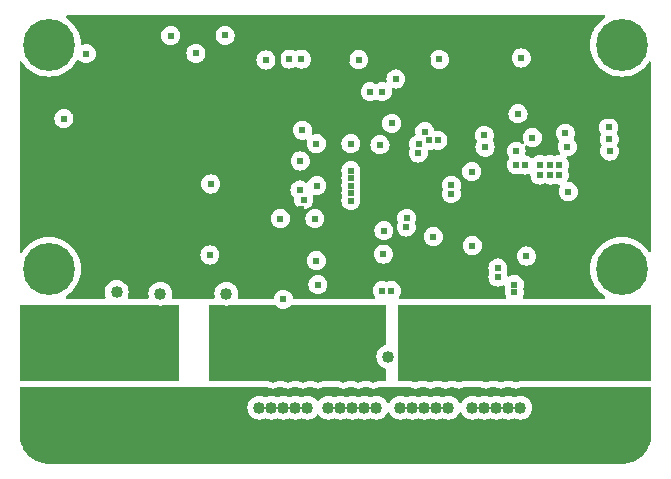
<source format=gbr>
%TF.GenerationSoftware,KiCad,Pcbnew,8.0.3-8.0.3-0~ubuntu24.04.1*%
%TF.CreationDate,2024-07-11T14:27:14+08:00*%
%TF.ProjectId,CawBMS,43617742-4d53-42e6-9b69-6361645f7063,rev?*%
%TF.SameCoordinates,Original*%
%TF.FileFunction,Copper,L3,Inr*%
%TF.FilePolarity,Positive*%
%FSLAX46Y46*%
G04 Gerber Fmt 4.6, Leading zero omitted, Abs format (unit mm)*
G04 Created by KiCad (PCBNEW 8.0.3-8.0.3-0~ubuntu24.04.1) date 2024-07-11 14:27:14*
%MOMM*%
%LPD*%
G01*
G04 APERTURE LIST*
G04 Aperture macros list*
%AMRoundRect*
0 Rectangle with rounded corners*
0 $1 Rounding radius*
0 $2 $3 $4 $5 $6 $7 $8 $9 X,Y pos of 4 corners*
0 Add a 4 corners polygon primitive as box body*
4,1,4,$2,$3,$4,$5,$6,$7,$8,$9,$2,$3,0*
0 Add four circle primitives for the rounded corners*
1,1,$1+$1,$2,$3*
1,1,$1+$1,$4,$5*
1,1,$1+$1,$6,$7*
1,1,$1+$1,$8,$9*
0 Add four rect primitives between the rounded corners*
20,1,$1+$1,$2,$3,$4,$5,0*
20,1,$1+$1,$4,$5,$6,$7,0*
20,1,$1+$1,$6,$7,$8,$9,0*
20,1,$1+$1,$8,$9,$2,$3,0*%
G04 Aperture macros list end*
%TA.AperFunction,ComponentPad*%
%ADD10C,0.700000*%
%TD*%
%TA.AperFunction,ComponentPad*%
%ADD11C,4.400000*%
%TD*%
%TA.AperFunction,ComponentPad*%
%ADD12RoundRect,1.500000X-1.000000X-1.000000X1.000000X-1.000000X1.000000X1.000000X-1.000000X1.000000X0*%
%TD*%
%TA.AperFunction,ViaPad*%
%ADD13C,0.609600*%
%TD*%
%TA.AperFunction,ViaPad*%
%ADD14C,1.016000*%
%TD*%
G04 APERTURE END LIST*
D10*
%TO.N,unconnected-(H4-Pad1)*%
%TO.C,H4*%
X159350000Y-113500000D03*
X159833274Y-112333274D03*
X159833274Y-114666726D03*
X161000000Y-111850000D03*
D11*
X161000000Y-113500000D03*
D10*
X161000000Y-115150000D03*
X162166726Y-112333274D03*
X162166726Y-114666726D03*
X162650000Y-113500000D03*
%TD*%
%TO.N,unconnected-(H2-Pad1)*%
%TO.C,H2*%
X159350000Y-94500000D03*
X159833274Y-93333274D03*
X159833274Y-95666726D03*
X161000000Y-92850000D03*
D11*
X161000000Y-94500000D03*
D10*
X161000000Y-96150000D03*
X162166726Y-93333274D03*
X162166726Y-95666726D03*
X162650000Y-94500000D03*
%TD*%
%TO.N,unconnected-(H1-Pad1)*%
%TO.C,H1*%
X110850000Y-94500000D03*
X111333274Y-93333274D03*
X111333274Y-95666726D03*
X112500000Y-92850000D03*
D11*
X112500000Y-94500000D03*
D10*
X112500000Y-96150000D03*
X113666726Y-93333274D03*
X113666726Y-95666726D03*
X114150000Y-94500000D03*
%TD*%
D12*
%TO.N,PACK+*%
%TO.C,H7*%
X160528000Y-126627000D03*
%TD*%
%TO.N,PACK-*%
%TO.C,H8*%
X160528000Y-119181000D03*
%TD*%
%TO.N,-BATT*%
%TO.C,H6*%
X113030000Y-119173000D03*
%TD*%
%TO.N,PACK+*%
%TO.C,H5*%
X113030000Y-126492000D03*
%TD*%
D10*
%TO.N,unconnected-(H3-Pad1)*%
%TO.C,H3*%
X110850000Y-113500000D03*
X111333274Y-112333274D03*
X111333274Y-114666726D03*
X112500000Y-111850000D03*
D11*
X112500000Y-113500000D03*
D10*
X112500000Y-115150000D03*
X113666726Y-112333274D03*
X113666726Y-114666726D03*
X114150000Y-113500000D03*
%TD*%
D13*
%TO.N,+3.3V*%
X143250000Y-101490000D03*
X138049000Y-108966000D03*
X154559000Y-115450000D03*
X153289000Y-115443000D03*
X159880000Y-100520000D03*
X133820000Y-103000000D03*
X150210000Y-100830000D03*
X143300000Y-100010000D03*
X138460000Y-111320000D03*
X148732000Y-113106700D03*
X131840000Y-95740000D03*
X151460000Y-95620000D03*
X153924000Y-115443000D03*
X152527000Y-107569000D03*
X133800000Y-108410000D03*
X133760000Y-105530000D03*
X150241000Y-110744000D03*
X144570000Y-95760000D03*
X135128000Y-104013000D03*
X144018000Y-111379000D03*
X137700000Y-95750000D03*
X138890000Y-110860000D03*
%TO.N,GND*%
X140716000Y-115316000D03*
X126111000Y-112302500D03*
X152778012Y-104689298D03*
X155702000Y-105537000D03*
X133860000Y-95720000D03*
X138049000Y-105791000D03*
X152200000Y-100350000D03*
X132830000Y-95720000D03*
X150495000Y-113411000D03*
X140804604Y-112229604D03*
X156210000Y-101996500D03*
X144310000Y-101850000D03*
X138049000Y-107061000D03*
D14*
X118210000Y-115440000D03*
D13*
X151892000Y-114808000D03*
D14*
X121920000Y-115570000D03*
D13*
X145540000Y-95750000D03*
X151892000Y-115443000D03*
X141859000Y-97409000D03*
X127400000Y-93720000D03*
X159880000Y-101500000D03*
X135128000Y-102870000D03*
X150495000Y-114173000D03*
D14*
X127508000Y-115570000D03*
D13*
X145034000Y-110744000D03*
X148336000Y-111506000D03*
X154051000Y-105537000D03*
X141505857Y-101164143D03*
X154940000Y-105537000D03*
X135255000Y-114808000D03*
X133731000Y-106807000D03*
X154051000Y-104648000D03*
X154940000Y-104648000D03*
X155702000Y-104648000D03*
X138049000Y-107696000D03*
X140510000Y-102970000D03*
X138700000Y-95760000D03*
X152470000Y-95620000D03*
X140843000Y-110236000D03*
X132080000Y-109220000D03*
X141478000Y-115316000D03*
X122790000Y-93730000D03*
X134046000Y-107630000D03*
X138049000Y-106426000D03*
X138049000Y-105156000D03*
%TO.N,+5V*%
X130860000Y-95791400D03*
X152908000Y-112395000D03*
X153416000Y-102362000D03*
%TO.N,/BQ76920/VC1*%
X115650000Y-95270000D03*
X126170000Y-106290000D03*
%TO.N,/BQ76920/BAT*%
X113752000Y-100751000D03*
X135001000Y-109220000D03*
%TO.N,/ALERT*%
X138049000Y-102870000D03*
X132320000Y-116050000D03*
%TO.N,Net-(C25-Pad1)*%
X139954000Y-122809000D03*
X137414000Y-122174000D03*
X131445000Y-122809000D03*
X135255000Y-122809000D03*
X132715000Y-122174000D03*
X133985000Y-122174000D03*
X131445000Y-122174000D03*
X137414000Y-122809000D03*
D14*
X127762000Y-120904000D03*
D13*
X132715000Y-122809000D03*
X135255000Y-122174000D03*
X138684000Y-122174000D03*
X139954000Y-122174000D03*
D14*
X127762000Y-117094000D03*
D13*
X133985000Y-122809000D03*
D14*
X127762000Y-118872000D03*
D13*
X138684000Y-122809000D03*
%TO.N,PACK-*%
X150749000Y-122809000D03*
X146050000Y-122809000D03*
X149479000Y-122174000D03*
X147193000Y-122174000D03*
X152019000Y-122809000D03*
D14*
X155702000Y-119380000D03*
X155702000Y-121412000D03*
D13*
X143510000Y-122809000D03*
X149479000Y-122809000D03*
X144780000Y-122809000D03*
X147193000Y-122809000D03*
X146050000Y-122174000D03*
X143510000Y-122174000D03*
X150749000Y-122174000D03*
X144780000Y-122174000D03*
D14*
X141223500Y-120903500D03*
D13*
X152019000Y-122174000D03*
D14*
%TO.N,PACK+*%
X155702000Y-124206000D03*
X155702000Y-126238000D03*
%TO.N,-BATT*%
X121666000Y-119634000D03*
X121666000Y-120904000D03*
X118110000Y-119634000D03*
X118110000Y-121158000D03*
X121666000Y-118364000D03*
D13*
%TO.N,/SWDIO*%
X149410000Y-103180000D03*
X159950000Y-103500000D03*
%TO.N,/SWCLK*%
X149350000Y-102170000D03*
X159930000Y-102490000D03*
D14*
%TO.N,Net-(Q6-D-Pad5)*%
X142240000Y-125222000D03*
X144272000Y-125222000D03*
X136144000Y-125222000D03*
X148336000Y-125222000D03*
X133350000Y-125222000D03*
X152400000Y-125222000D03*
X139192000Y-125222000D03*
X145288000Y-125222000D03*
X149352000Y-125222000D03*
X146304000Y-125222000D03*
X151384000Y-125222000D03*
X134366000Y-125222000D03*
X140208000Y-125222000D03*
X137160000Y-125222000D03*
X130302000Y-125222000D03*
X132334000Y-125222000D03*
X138176000Y-125222000D03*
X150368000Y-125222000D03*
X131318000Y-125222000D03*
X143256000Y-125222000D03*
D13*
%TO.N,/I2C1_SCL*%
X142740143Y-109929857D03*
X145416100Y-102608036D03*
%TO.N,/I2C1_SDA*%
X142772223Y-109194454D03*
X144680000Y-102610000D03*
%TO.N,/LED_A*%
X133950000Y-101740000D03*
X143799667Y-102930110D03*
%TO.N,/LED_B*%
X133760000Y-104340784D03*
X143750000Y-103670000D03*
%TO.N,Net-(U4-TS1)*%
X135128000Y-112776000D03*
X135150000Y-106426000D03*
%TO.N,/KEY_A*%
X124930000Y-95233100D03*
X148290000Y-105240000D03*
%TO.N,/CAN_STB*%
X152042699Y-104655211D03*
X156464000Y-106934000D03*
%TO.N,/CAN_TX*%
X156386960Y-103122302D03*
X152041393Y-103526893D03*
%TO.N,/I2C2_SCL*%
X139690000Y-98490000D03*
X146550404Y-107128358D03*
%TO.N,/I2C2_SDA*%
X146561391Y-106392338D03*
X140700000Y-98480000D03*
%TD*%
%TA.AperFunction,Conductor*%
%TO.N,Net-(C25-Pad1)*%
G36*
X127117224Y-116505339D02*
G01*
X127120193Y-116506239D01*
X127120196Y-116506241D01*
X127310299Y-116563908D01*
X127310298Y-116563908D01*
X127328024Y-116565653D01*
X127508000Y-116583380D01*
X127705701Y-116563908D01*
X127895804Y-116506241D01*
X127895805Y-116506239D01*
X127898776Y-116505339D01*
X127934771Y-116500000D01*
X128551513Y-116500000D01*
X128569159Y-116501262D01*
X128572286Y-116501711D01*
X128598636Y-116505500D01*
X128598639Y-116505500D01*
X131404418Y-116505500D01*
X131404424Y-116505500D01*
X131465550Y-116500657D01*
X131468961Y-116500387D01*
X131478753Y-116500000D01*
X131583144Y-116500000D01*
X131650183Y-116519685D01*
X131680921Y-116550739D01*
X131682064Y-116549828D01*
X131686407Y-116555274D01*
X131814725Y-116683592D01*
X131814731Y-116683597D01*
X131968374Y-116780138D01*
X131968377Y-116780140D01*
X131968381Y-116780141D01*
X131968382Y-116780142D01*
X132139670Y-116840078D01*
X132139675Y-116840079D01*
X132319996Y-116860396D01*
X132320000Y-116860396D01*
X132320004Y-116860396D01*
X132500324Y-116840079D01*
X132500327Y-116840078D01*
X132500330Y-116840078D01*
X132671618Y-116780142D01*
X132671620Y-116780140D01*
X132671622Y-116780140D01*
X132671625Y-116780138D01*
X132825268Y-116683597D01*
X132825269Y-116683596D01*
X132825274Y-116683593D01*
X132953593Y-116555274D01*
X132953596Y-116555268D01*
X132957936Y-116549828D01*
X132959617Y-116551169D01*
X133004190Y-116511740D01*
X133056856Y-116500000D01*
X133188453Y-116500000D01*
X133206099Y-116501262D01*
X133209226Y-116501711D01*
X133235576Y-116505500D01*
X133235579Y-116505500D01*
X139970345Y-116505500D01*
X139970347Y-116505500D01*
X140010737Y-116501262D01*
X140016313Y-116500677D01*
X140029252Y-116500000D01*
X140876000Y-116500000D01*
X140943039Y-116519685D01*
X140988794Y-116572489D01*
X141000000Y-116624000D01*
X141000000Y-119825453D01*
X140980315Y-119892492D01*
X140927511Y-119938247D01*
X140911996Y-119944113D01*
X140835694Y-119967259D01*
X140660501Y-120060901D01*
X140660494Y-120060905D01*
X140506931Y-120186931D01*
X140380905Y-120340494D01*
X140380901Y-120340501D01*
X140287260Y-120515691D01*
X140229591Y-120705800D01*
X140210120Y-120903500D01*
X140229591Y-121101199D01*
X140287260Y-121291308D01*
X140380901Y-121466498D01*
X140380905Y-121466505D01*
X140506931Y-121620068D01*
X140613794Y-121707767D01*
X140660496Y-121746095D01*
X140835696Y-121839741D01*
X140911997Y-121862886D01*
X140970434Y-121901183D01*
X140998890Y-121964995D01*
X141000000Y-121981546D01*
X141000000Y-122870500D01*
X140980315Y-122937539D01*
X140927511Y-122983294D01*
X140876000Y-122994500D01*
X140403636Y-122994500D01*
X140403629Y-122994501D01*
X140263687Y-123014257D01*
X140263686Y-123014257D01*
X140197723Y-123033262D01*
X140197722Y-123033262D01*
X140119643Y-123068199D01*
X140109953Y-123072054D01*
X140034324Y-123098518D01*
X140007254Y-123104696D01*
X139973852Y-123108460D01*
X139967880Y-123109133D01*
X139940117Y-123109132D01*
X139900751Y-123104697D01*
X139873684Y-123098520D01*
X139854771Y-123091903D01*
X139854764Y-123091900D01*
X139854764Y-123091901D01*
X139798016Y-123072043D01*
X139788355Y-123068199D01*
X139753210Y-123052473D01*
X139710283Y-123033264D01*
X139644310Y-123014257D01*
X139514521Y-122995934D01*
X139504364Y-122994500D01*
X139133636Y-122994500D01*
X139133629Y-122994501D01*
X138993687Y-123014257D01*
X138993686Y-123014257D01*
X138927723Y-123033262D01*
X138927722Y-123033262D01*
X138849643Y-123068199D01*
X138839953Y-123072054D01*
X138764324Y-123098518D01*
X138737254Y-123104696D01*
X138703852Y-123108460D01*
X138697880Y-123109133D01*
X138670117Y-123109132D01*
X138630751Y-123104697D01*
X138603684Y-123098520D01*
X138584771Y-123091903D01*
X138584764Y-123091900D01*
X138584764Y-123091901D01*
X138528016Y-123072043D01*
X138518355Y-123068199D01*
X138483210Y-123052473D01*
X138440283Y-123033264D01*
X138374310Y-123014257D01*
X138244521Y-122995934D01*
X138234364Y-122994500D01*
X137863636Y-122994500D01*
X137863629Y-122994501D01*
X137723687Y-123014257D01*
X137723686Y-123014257D01*
X137657723Y-123033262D01*
X137657722Y-123033262D01*
X137579643Y-123068199D01*
X137569953Y-123072054D01*
X137494324Y-123098518D01*
X137467254Y-123104696D01*
X137433852Y-123108460D01*
X137427880Y-123109133D01*
X137400117Y-123109132D01*
X137360751Y-123104697D01*
X137333684Y-123098520D01*
X137314771Y-123091903D01*
X137314764Y-123091900D01*
X137314764Y-123091901D01*
X137258016Y-123072043D01*
X137248355Y-123068199D01*
X137213210Y-123052473D01*
X137170283Y-123033264D01*
X137104310Y-123014257D01*
X136974521Y-122995934D01*
X136964364Y-122994500D01*
X135704636Y-122994500D01*
X135704629Y-122994501D01*
X135564687Y-123014257D01*
X135564686Y-123014257D01*
X135498723Y-123033262D01*
X135498722Y-123033262D01*
X135420643Y-123068199D01*
X135410953Y-123072054D01*
X135335324Y-123098518D01*
X135308254Y-123104696D01*
X135274852Y-123108460D01*
X135268880Y-123109133D01*
X135241117Y-123109132D01*
X135201751Y-123104697D01*
X135174684Y-123098520D01*
X135155771Y-123091903D01*
X135155764Y-123091900D01*
X135155764Y-123091901D01*
X135099016Y-123072043D01*
X135089355Y-123068199D01*
X135054210Y-123052473D01*
X135011283Y-123033264D01*
X134945310Y-123014257D01*
X134815521Y-122995934D01*
X134805364Y-122994500D01*
X134434636Y-122994500D01*
X134434629Y-122994501D01*
X134294687Y-123014257D01*
X134294686Y-123014257D01*
X134228723Y-123033262D01*
X134228722Y-123033262D01*
X134150643Y-123068199D01*
X134140953Y-123072054D01*
X134065324Y-123098518D01*
X134038254Y-123104696D01*
X134004852Y-123108460D01*
X133998880Y-123109133D01*
X133971117Y-123109132D01*
X133931751Y-123104697D01*
X133904684Y-123098520D01*
X133885771Y-123091903D01*
X133885764Y-123091900D01*
X133885764Y-123091901D01*
X133829016Y-123072043D01*
X133819355Y-123068199D01*
X133784210Y-123052473D01*
X133741283Y-123033264D01*
X133675310Y-123014257D01*
X133545521Y-122995934D01*
X133535364Y-122994500D01*
X133164636Y-122994500D01*
X133164629Y-122994501D01*
X133024687Y-123014257D01*
X133024686Y-123014257D01*
X132958723Y-123033262D01*
X132958722Y-123033262D01*
X132880643Y-123068199D01*
X132870953Y-123072054D01*
X132795324Y-123098518D01*
X132768254Y-123104696D01*
X132734852Y-123108460D01*
X132728880Y-123109133D01*
X132701117Y-123109132D01*
X132661751Y-123104697D01*
X132634684Y-123098520D01*
X132615771Y-123091903D01*
X132615764Y-123091900D01*
X132615764Y-123091901D01*
X132559016Y-123072043D01*
X132549355Y-123068199D01*
X132514210Y-123052473D01*
X132471283Y-123033264D01*
X132405310Y-123014257D01*
X132275521Y-122995934D01*
X132265364Y-122994500D01*
X131894636Y-122994500D01*
X131894629Y-122994501D01*
X131754687Y-123014257D01*
X131754686Y-123014257D01*
X131688723Y-123033262D01*
X131688722Y-123033262D01*
X131610643Y-123068199D01*
X131600953Y-123072054D01*
X131525324Y-123098518D01*
X131498254Y-123104696D01*
X131464852Y-123108460D01*
X131458880Y-123109133D01*
X131431117Y-123109132D01*
X131391751Y-123104697D01*
X131364684Y-123098520D01*
X131345771Y-123091903D01*
X131345764Y-123091900D01*
X131345764Y-123091901D01*
X131289016Y-123072043D01*
X131279355Y-123068199D01*
X131244210Y-123052473D01*
X131201283Y-123033264D01*
X131135310Y-123014257D01*
X131005521Y-122995934D01*
X130995364Y-122994500D01*
X126124000Y-122994500D01*
X126056961Y-122974815D01*
X126011206Y-122922011D01*
X126000000Y-122870500D01*
X126000000Y-116629500D01*
X126019685Y-116562461D01*
X126072489Y-116516706D01*
X126124000Y-116505500D01*
X126417361Y-116505500D01*
X126417364Y-116505500D01*
X126455663Y-116504047D01*
X126474404Y-116502623D01*
X126486994Y-116501184D01*
X126490341Y-116500802D01*
X126504418Y-116500000D01*
X127081229Y-116500000D01*
X127117224Y-116505339D01*
G37*
%TD.AperFunction*%
%TD*%
%TA.AperFunction,Conductor*%
%TO.N,+3.3V*%
G36*
X159537741Y-92019685D02*
G01*
X159583496Y-92072489D01*
X159593440Y-92141647D01*
X159564415Y-92205203D01*
X159534853Y-92230115D01*
X159507897Y-92246411D01*
X159463131Y-92273473D01*
X159205960Y-92474954D01*
X158974954Y-92705960D01*
X158773473Y-92963131D01*
X158751269Y-92999861D01*
X158615331Y-93224731D01*
X158604454Y-93242723D01*
X158604453Y-93242725D01*
X158470372Y-93540642D01*
X158470366Y-93540657D01*
X158373178Y-93852547D01*
X158314289Y-94173900D01*
X158294564Y-94500000D01*
X158314289Y-94826099D01*
X158373178Y-95147452D01*
X158470366Y-95459342D01*
X158470370Y-95459354D01*
X158470373Y-95459361D01*
X158604455Y-95757279D01*
X158730117Y-95965148D01*
X158773473Y-96036868D01*
X158974954Y-96294039D01*
X159205960Y-96525045D01*
X159463131Y-96726526D01*
X159463134Y-96726528D01*
X159463137Y-96726530D01*
X159742721Y-96895545D01*
X160040639Y-97029627D01*
X160040652Y-97029631D01*
X160040657Y-97029633D01*
X160352547Y-97126821D01*
X160673896Y-97185710D01*
X161000000Y-97205436D01*
X161326104Y-97185710D01*
X161647453Y-97126821D01*
X161959361Y-97029627D01*
X162257279Y-96895545D01*
X162536863Y-96726530D01*
X162794036Y-96525048D01*
X163025048Y-96294036D01*
X163226530Y-96036863D01*
X163269883Y-95965147D01*
X163321410Y-95917960D01*
X163390270Y-95906121D01*
X163454598Y-95933389D01*
X163493973Y-95991108D01*
X163500000Y-96029297D01*
X163500000Y-111970701D01*
X163480315Y-112037740D01*
X163427511Y-112083495D01*
X163358353Y-112093439D01*
X163294797Y-112064414D01*
X163269884Y-112034852D01*
X163226528Y-111963134D01*
X163025045Y-111705960D01*
X162794039Y-111474954D01*
X162536868Y-111273473D01*
X162496828Y-111249268D01*
X162257279Y-111104455D01*
X161959361Y-110970373D01*
X161959354Y-110970370D01*
X161959342Y-110970366D01*
X161647452Y-110873178D01*
X161326099Y-110814289D01*
X161000000Y-110794564D01*
X160673900Y-110814289D01*
X160352547Y-110873178D01*
X160040657Y-110970366D01*
X160040641Y-110970372D01*
X160040639Y-110970373D01*
X159871723Y-111046396D01*
X159742725Y-111104453D01*
X159742723Y-111104454D01*
X159463131Y-111273473D01*
X159205960Y-111474954D01*
X158974954Y-111705960D01*
X158773473Y-111963131D01*
X158677331Y-112122170D01*
X158608434Y-112236140D01*
X158604454Y-112242723D01*
X158604453Y-112242725D01*
X158577552Y-112302496D01*
X158496394Y-112482824D01*
X158470372Y-112540642D01*
X158470366Y-112540657D01*
X158373178Y-112852547D01*
X158314289Y-113173900D01*
X158294564Y-113500000D01*
X158314289Y-113826099D01*
X158373178Y-114147452D01*
X158470366Y-114459342D01*
X158470370Y-114459354D01*
X158470373Y-114459361D01*
X158604455Y-114757279D01*
X158755415Y-115006996D01*
X158773473Y-115036868D01*
X158974954Y-115294039D01*
X159205960Y-115525045D01*
X159463131Y-115726526D01*
X159463134Y-115726528D01*
X159463137Y-115726530D01*
X159534852Y-115769883D01*
X159582039Y-115821411D01*
X159593878Y-115890270D01*
X159566609Y-115954599D01*
X159508890Y-115993973D01*
X159470702Y-116000000D01*
X152717453Y-116000000D01*
X152650414Y-115980315D01*
X152604659Y-115927511D01*
X152594715Y-115858353D01*
X152612460Y-115810026D01*
X152622142Y-115794618D01*
X152682078Y-115623330D01*
X152690934Y-115544731D01*
X152702396Y-115443003D01*
X152702396Y-115442996D01*
X152682079Y-115262678D01*
X152682078Y-115262671D01*
X152681116Y-115259921D01*
X152648409Y-115166452D01*
X152644847Y-115096677D01*
X152648403Y-115084564D01*
X152682078Y-114988330D01*
X152691676Y-114903142D01*
X152702396Y-114808003D01*
X152702396Y-114807996D01*
X152682079Y-114627675D01*
X152682078Y-114627670D01*
X152622142Y-114456382D01*
X152622141Y-114456381D01*
X152622140Y-114456377D01*
X152622138Y-114456374D01*
X152525597Y-114302731D01*
X152525592Y-114302725D01*
X152397274Y-114174407D01*
X152397268Y-114174402D01*
X152243625Y-114077861D01*
X152243622Y-114077859D01*
X152072329Y-114017921D01*
X152072324Y-114017920D01*
X151892004Y-113997604D01*
X151891996Y-113997604D01*
X151711675Y-114017920D01*
X151711670Y-114017921D01*
X151540377Y-114077859D01*
X151540376Y-114077860D01*
X151478017Y-114117043D01*
X151410780Y-114136043D01*
X151343945Y-114115675D01*
X151298732Y-114062407D01*
X151288826Y-114025931D01*
X151285079Y-113992675D01*
X151285076Y-113992662D01*
X151251971Y-113898057D01*
X151229190Y-113832953D01*
X151225628Y-113763177D01*
X151229191Y-113751046D01*
X151285078Y-113591330D01*
X151287923Y-113566078D01*
X151305396Y-113411003D01*
X151305396Y-113410996D01*
X151285079Y-113230675D01*
X151285078Y-113230670D01*
X151248152Y-113125142D01*
X151225142Y-113059382D01*
X151225141Y-113059381D01*
X151225140Y-113059377D01*
X151225138Y-113059374D01*
X151128597Y-112905731D01*
X151128592Y-112905725D01*
X151000274Y-112777407D01*
X151000268Y-112777402D01*
X150846625Y-112680861D01*
X150846622Y-112680859D01*
X150675329Y-112620921D01*
X150675324Y-112620920D01*
X150495004Y-112600604D01*
X150494996Y-112600604D01*
X150314675Y-112620920D01*
X150314670Y-112620921D01*
X150143377Y-112680859D01*
X150143374Y-112680861D01*
X149989731Y-112777402D01*
X149989725Y-112777407D01*
X149861407Y-112905725D01*
X149861402Y-112905731D01*
X149764861Y-113059374D01*
X149764859Y-113059377D01*
X149704921Y-113230670D01*
X149704920Y-113230675D01*
X149684604Y-113410996D01*
X149684604Y-113411003D01*
X149704920Y-113591324D01*
X149704922Y-113591332D01*
X149760808Y-113751046D01*
X149764369Y-113820825D01*
X149760808Y-113832954D01*
X149704922Y-113992667D01*
X149704920Y-113992675D01*
X149684604Y-114172996D01*
X149684604Y-114173003D01*
X149704920Y-114353324D01*
X149704921Y-114353329D01*
X149764859Y-114524622D01*
X149764861Y-114524625D01*
X149861402Y-114678268D01*
X149861407Y-114678274D01*
X149989725Y-114806592D01*
X149989731Y-114806597D01*
X150143374Y-114903138D01*
X150143377Y-114903140D01*
X150143381Y-114903141D01*
X150143382Y-114903142D01*
X150291770Y-114955065D01*
X150314670Y-114963078D01*
X150314675Y-114963079D01*
X150494996Y-114983396D01*
X150495000Y-114983396D01*
X150495004Y-114983396D01*
X150675324Y-114963079D01*
X150675327Y-114963078D01*
X150675330Y-114963078D01*
X150846618Y-114903142D01*
X150908980Y-114863956D01*
X150976216Y-114844956D01*
X151043052Y-114865323D01*
X151088266Y-114918590D01*
X151098173Y-114955065D01*
X151101921Y-114988329D01*
X151135588Y-115084547D01*
X151139149Y-115154326D01*
X151135588Y-115166453D01*
X151101921Y-115262670D01*
X151101921Y-115262671D01*
X151081604Y-115442996D01*
X151081604Y-115443003D01*
X151101920Y-115623324D01*
X151101921Y-115623329D01*
X151161858Y-115794618D01*
X151171540Y-115810026D01*
X151190541Y-115877262D01*
X151170174Y-115944098D01*
X151116907Y-115989313D01*
X151066547Y-116000000D01*
X142223653Y-116000000D01*
X142156614Y-115980315D01*
X142110859Y-115927511D01*
X142100915Y-115858353D01*
X142118660Y-115810027D01*
X142208140Y-115667621D01*
X142208139Y-115667621D01*
X142208142Y-115667618D01*
X142268078Y-115496330D01*
X142268079Y-115496324D01*
X142288396Y-115316003D01*
X142288396Y-115315996D01*
X142268079Y-115135675D01*
X142268078Y-115135670D01*
X142238869Y-115052196D01*
X142208142Y-114964382D01*
X142208141Y-114964381D01*
X142208140Y-114964377D01*
X142208138Y-114964374D01*
X142111597Y-114810731D01*
X142111592Y-114810725D01*
X141983274Y-114682407D01*
X141983268Y-114682402D01*
X141829625Y-114585861D01*
X141829622Y-114585859D01*
X141658329Y-114525921D01*
X141658324Y-114525920D01*
X141478004Y-114505604D01*
X141477996Y-114505604D01*
X141297675Y-114525920D01*
X141297667Y-114525922D01*
X141137954Y-114581808D01*
X141068175Y-114585369D01*
X141056046Y-114581808D01*
X140896332Y-114525922D01*
X140896324Y-114525920D01*
X140716004Y-114505604D01*
X140715996Y-114505604D01*
X140535675Y-114525920D01*
X140535670Y-114525921D01*
X140364377Y-114585859D01*
X140364374Y-114585861D01*
X140210731Y-114682402D01*
X140210725Y-114682407D01*
X140082407Y-114810725D01*
X140082402Y-114810731D01*
X139985861Y-114964374D01*
X139985859Y-114964377D01*
X139925921Y-115135670D01*
X139925920Y-115135675D01*
X139905604Y-115315996D01*
X139905604Y-115316003D01*
X139925920Y-115496324D01*
X139925921Y-115496329D01*
X139985859Y-115667621D01*
X140075340Y-115810027D01*
X140094341Y-115877264D01*
X140073974Y-115944099D01*
X140020706Y-115989314D01*
X139970347Y-116000000D01*
X133235576Y-116000000D01*
X133168537Y-115980315D01*
X133122782Y-115927511D01*
X133112356Y-115889883D01*
X133110717Y-115875350D01*
X133110078Y-115869670D01*
X133050142Y-115698382D01*
X133050141Y-115698380D01*
X133050138Y-115698374D01*
X132953597Y-115544731D01*
X132953592Y-115544725D01*
X132825274Y-115416407D01*
X132825268Y-115416402D01*
X132671625Y-115319861D01*
X132671622Y-115319859D01*
X132500329Y-115259921D01*
X132500324Y-115259920D01*
X132320004Y-115239604D01*
X132319996Y-115239604D01*
X132139675Y-115259920D01*
X132139670Y-115259921D01*
X131968377Y-115319859D01*
X131968374Y-115319861D01*
X131814731Y-115416402D01*
X131814725Y-115416407D01*
X131686407Y-115544725D01*
X131686402Y-115544731D01*
X131589861Y-115698374D01*
X131589858Y-115698380D01*
X131529921Y-115869672D01*
X131527644Y-115889883D01*
X131500578Y-115954297D01*
X131442983Y-115993852D01*
X131404424Y-116000000D01*
X128598636Y-116000000D01*
X128531597Y-115980315D01*
X128485842Y-115927511D01*
X128475898Y-115858353D01*
X128479975Y-115840005D01*
X128487284Y-115815911D01*
X128501908Y-115767701D01*
X128521380Y-115570000D01*
X128501908Y-115372299D01*
X128444241Y-115182196D01*
X128444239Y-115182193D01*
X128444239Y-115182191D01*
X128350598Y-115007001D01*
X128350594Y-115006994D01*
X128224568Y-114853431D01*
X128169205Y-114807996D01*
X134444604Y-114807996D01*
X134444604Y-114808003D01*
X134464920Y-114988324D01*
X134464921Y-114988329D01*
X134524859Y-115159622D01*
X134524861Y-115159625D01*
X134621402Y-115313268D01*
X134621407Y-115313274D01*
X134749725Y-115441592D01*
X134749731Y-115441597D01*
X134903374Y-115538138D01*
X134903377Y-115538140D01*
X134903381Y-115538141D01*
X134903382Y-115538142D01*
X135074670Y-115598078D01*
X135074675Y-115598079D01*
X135254996Y-115618396D01*
X135255000Y-115618396D01*
X135255004Y-115618396D01*
X135435324Y-115598079D01*
X135435327Y-115598078D01*
X135435330Y-115598078D01*
X135606618Y-115538142D01*
X135606620Y-115538140D01*
X135606622Y-115538140D01*
X135606625Y-115538138D01*
X135760268Y-115441597D01*
X135760269Y-115441596D01*
X135760274Y-115441593D01*
X135888593Y-115313274D01*
X135920390Y-115262670D01*
X135985138Y-115159625D01*
X135985140Y-115159622D01*
X135985140Y-115159620D01*
X135985142Y-115159618D01*
X136045078Y-114988330D01*
X136047690Y-114965148D01*
X136065396Y-114808003D01*
X136065396Y-114807996D01*
X136045079Y-114627675D01*
X136045078Y-114627670D01*
X135985142Y-114456382D01*
X135985141Y-114456381D01*
X135985140Y-114456377D01*
X135985138Y-114456374D01*
X135888597Y-114302731D01*
X135888592Y-114302725D01*
X135760274Y-114174407D01*
X135760268Y-114174402D01*
X135606625Y-114077861D01*
X135606622Y-114077859D01*
X135435329Y-114017921D01*
X135435324Y-114017920D01*
X135255004Y-113997604D01*
X135254996Y-113997604D01*
X135074675Y-114017920D01*
X135074670Y-114017921D01*
X134903377Y-114077859D01*
X134903374Y-114077861D01*
X134749731Y-114174402D01*
X134749725Y-114174407D01*
X134621407Y-114302725D01*
X134621402Y-114302731D01*
X134524861Y-114456374D01*
X134524859Y-114456377D01*
X134464921Y-114627670D01*
X134464920Y-114627675D01*
X134444604Y-114807996D01*
X128169205Y-114807996D01*
X128071005Y-114727405D01*
X128070998Y-114727401D01*
X127895808Y-114633760D01*
X127737905Y-114585861D01*
X127705701Y-114576092D01*
X127705699Y-114576091D01*
X127705701Y-114576091D01*
X127508000Y-114556620D01*
X127310300Y-114576091D01*
X127120191Y-114633760D01*
X126945001Y-114727401D01*
X126944994Y-114727405D01*
X126791431Y-114853431D01*
X126665405Y-115006994D01*
X126665401Y-115007001D01*
X126571760Y-115182191D01*
X126514091Y-115372300D01*
X126494620Y-115570000D01*
X126514091Y-115767699D01*
X126536025Y-115840005D01*
X126536648Y-115909872D01*
X126499399Y-115968985D01*
X126436105Y-115998576D01*
X126417364Y-116000000D01*
X123423123Y-116000000D01*
X123405477Y-115998738D01*
X123376001Y-115994500D01*
X123376000Y-115994500D01*
X123012304Y-115994500D01*
X122945265Y-115974815D01*
X122899510Y-115922011D01*
X122889566Y-115852853D01*
X122893643Y-115834505D01*
X122897657Y-115821274D01*
X122913908Y-115767701D01*
X122933380Y-115570000D01*
X122913908Y-115372299D01*
X122856241Y-115182196D01*
X122856239Y-115182193D01*
X122856239Y-115182191D01*
X122762598Y-115007001D01*
X122762594Y-115006994D01*
X122636568Y-114853431D01*
X122483005Y-114727405D01*
X122482998Y-114727401D01*
X122307808Y-114633760D01*
X122149905Y-114585861D01*
X122117701Y-114576092D01*
X122117699Y-114576091D01*
X122117701Y-114576091D01*
X121920000Y-114556620D01*
X121722300Y-114576091D01*
X121532191Y-114633760D01*
X121357001Y-114727401D01*
X121356994Y-114727405D01*
X121203431Y-114853431D01*
X121077405Y-115006994D01*
X121077401Y-115007001D01*
X120983760Y-115182191D01*
X120926091Y-115372300D01*
X120906620Y-115570000D01*
X120926091Y-115767699D01*
X120946357Y-115834505D01*
X120946980Y-115904372D01*
X120909732Y-115963484D01*
X120846438Y-115993075D01*
X120827696Y-115994500D01*
X119262772Y-115994500D01*
X119195733Y-115974815D01*
X119149978Y-115922011D01*
X119140034Y-115852853D01*
X119145244Y-115833868D01*
X119144472Y-115833634D01*
X119148180Y-115821411D01*
X119203908Y-115637701D01*
X119223380Y-115440000D01*
X119203908Y-115242299D01*
X119146241Y-115052196D01*
X119146239Y-115052193D01*
X119146239Y-115052191D01*
X119052598Y-114877001D01*
X119052594Y-114876994D01*
X118926568Y-114723431D01*
X118773005Y-114597405D01*
X118772998Y-114597401D01*
X118597808Y-114503760D01*
X118451380Y-114459342D01*
X118407701Y-114446092D01*
X118407699Y-114446091D01*
X118407701Y-114446091D01*
X118210000Y-114426620D01*
X118012300Y-114446091D01*
X117822191Y-114503760D01*
X117647001Y-114597401D01*
X117646994Y-114597405D01*
X117493431Y-114723431D01*
X117367405Y-114876994D01*
X117367401Y-114877001D01*
X117273760Y-115052191D01*
X117216091Y-115242300D01*
X117196620Y-115440000D01*
X117216091Y-115637699D01*
X117216092Y-115637701D01*
X117271778Y-115821274D01*
X117275528Y-115833634D01*
X117273004Y-115834399D01*
X117279263Y-115892490D01*
X117248001Y-115954976D01*
X117187920Y-115990642D01*
X117157228Y-115994500D01*
X114038396Y-115994500D01*
X113971357Y-115974815D01*
X113925602Y-115922011D01*
X113915658Y-115852853D01*
X113944683Y-115789297D01*
X113974244Y-115764384D01*
X114036863Y-115726530D01*
X114294036Y-115525048D01*
X114525048Y-115294036D01*
X114726530Y-115036863D01*
X114895545Y-114757279D01*
X115029627Y-114459361D01*
X115126821Y-114147453D01*
X115185710Y-113826104D01*
X115205436Y-113500000D01*
X115185710Y-113173896D01*
X115126821Y-112852547D01*
X115073321Y-112680858D01*
X115029633Y-112540657D01*
X115029631Y-112540652D01*
X115029627Y-112540639D01*
X114922448Y-112302496D01*
X125300604Y-112302496D01*
X125300604Y-112302503D01*
X125320920Y-112482824D01*
X125320921Y-112482829D01*
X125380859Y-112654122D01*
X125380861Y-112654125D01*
X125477402Y-112807768D01*
X125477407Y-112807774D01*
X125605725Y-112936092D01*
X125605731Y-112936097D01*
X125759374Y-113032638D01*
X125759377Y-113032640D01*
X125759381Y-113032641D01*
X125759382Y-113032642D01*
X125835778Y-113059374D01*
X125930670Y-113092578D01*
X125930675Y-113092579D01*
X126110996Y-113112896D01*
X126111000Y-113112896D01*
X126111004Y-113112896D01*
X126291324Y-113092579D01*
X126291327Y-113092578D01*
X126291330Y-113092578D01*
X126462618Y-113032642D01*
X126462620Y-113032640D01*
X126462622Y-113032640D01*
X126462625Y-113032638D01*
X126616268Y-112936097D01*
X126616269Y-112936096D01*
X126616274Y-112936093D01*
X126744593Y-112807774D01*
X126764561Y-112775996D01*
X134317604Y-112775996D01*
X134317604Y-112776003D01*
X134337920Y-112956324D01*
X134337921Y-112956329D01*
X134397859Y-113127622D01*
X134397861Y-113127625D01*
X134494402Y-113281268D01*
X134494407Y-113281274D01*
X134622725Y-113409592D01*
X134622731Y-113409597D01*
X134776374Y-113506138D01*
X134776377Y-113506140D01*
X134776381Y-113506141D01*
X134776382Y-113506142D01*
X134947670Y-113566078D01*
X134947675Y-113566079D01*
X135127996Y-113586396D01*
X135128000Y-113586396D01*
X135128004Y-113586396D01*
X135308324Y-113566079D01*
X135308327Y-113566078D01*
X135308330Y-113566078D01*
X135479618Y-113506142D01*
X135479620Y-113506140D01*
X135479622Y-113506140D01*
X135479625Y-113506138D01*
X135633268Y-113409597D01*
X135633269Y-113409596D01*
X135633274Y-113409593D01*
X135761593Y-113281274D01*
X135822037Y-113185079D01*
X135858138Y-113127625D01*
X135858140Y-113127622D01*
X135858140Y-113127620D01*
X135858142Y-113127618D01*
X135918078Y-112956330D01*
X135920358Y-112936093D01*
X135938396Y-112776003D01*
X135938396Y-112775996D01*
X135918079Y-112595675D01*
X135918078Y-112595670D01*
X135878593Y-112482829D01*
X135858142Y-112424382D01*
X135858141Y-112424381D01*
X135858140Y-112424377D01*
X135858138Y-112424374D01*
X135761597Y-112270731D01*
X135761592Y-112270725D01*
X135720467Y-112229600D01*
X139994208Y-112229600D01*
X139994208Y-112229607D01*
X140014524Y-112409928D01*
X140014525Y-112409933D01*
X140074463Y-112581226D01*
X140074465Y-112581229D01*
X140171006Y-112734872D01*
X140171011Y-112734878D01*
X140299329Y-112863196D01*
X140299335Y-112863201D01*
X140452978Y-112959742D01*
X140452981Y-112959744D01*
X140452985Y-112959745D01*
X140452986Y-112959746D01*
X140624274Y-113019682D01*
X140624279Y-113019683D01*
X140804600Y-113040000D01*
X140804604Y-113040000D01*
X140804608Y-113040000D01*
X140984928Y-113019683D01*
X140984931Y-113019682D01*
X140984934Y-113019682D01*
X141156222Y-112959746D01*
X141156224Y-112959744D01*
X141156226Y-112959744D01*
X141156229Y-112959742D01*
X141309872Y-112863201D01*
X141309873Y-112863200D01*
X141309878Y-112863197D01*
X141438197Y-112734878D01*
X141438201Y-112734872D01*
X141534742Y-112581229D01*
X141534744Y-112581226D01*
X141534744Y-112581224D01*
X141534746Y-112581222D01*
X141594682Y-112409934D01*
X141594683Y-112409928D01*
X141596365Y-112394996D01*
X152097604Y-112394996D01*
X152097604Y-112395003D01*
X152117920Y-112575324D01*
X152117921Y-112575326D01*
X152117921Y-112575328D01*
X152117922Y-112575330D01*
X152125041Y-112595675D01*
X152177859Y-112746622D01*
X152177861Y-112746625D01*
X152274402Y-112900268D01*
X152274407Y-112900274D01*
X152402725Y-113028592D01*
X152402731Y-113028597D01*
X152556374Y-113125138D01*
X152556377Y-113125140D01*
X152556381Y-113125141D01*
X152556382Y-113125142D01*
X152695714Y-113173896D01*
X152727670Y-113185078D01*
X152727675Y-113185079D01*
X152907996Y-113205396D01*
X152908000Y-113205396D01*
X152908004Y-113205396D01*
X153088324Y-113185079D01*
X153088327Y-113185078D01*
X153088330Y-113185078D01*
X153259618Y-113125142D01*
X153259620Y-113125140D01*
X153259622Y-113125140D01*
X153259625Y-113125138D01*
X153413268Y-113028597D01*
X153413269Y-113028596D01*
X153413274Y-113028593D01*
X153541593Y-112900274D01*
X153619680Y-112776000D01*
X153638138Y-112746625D01*
X153638140Y-112746622D01*
X153638140Y-112746620D01*
X153638142Y-112746618D01*
X153698078Y-112575330D01*
X153698078Y-112575328D01*
X153698079Y-112575326D01*
X153698079Y-112575324D01*
X153718396Y-112395003D01*
X153718396Y-112394996D01*
X153698079Y-112214675D01*
X153698078Y-112214670D01*
X153671809Y-112139597D01*
X153638142Y-112043382D01*
X153638141Y-112043381D01*
X153638140Y-112043377D01*
X153638138Y-112043374D01*
X153541597Y-111889731D01*
X153541592Y-111889725D01*
X153413274Y-111761407D01*
X153413268Y-111761402D01*
X153259625Y-111664861D01*
X153259622Y-111664859D01*
X153088329Y-111604921D01*
X153088324Y-111604920D01*
X152908004Y-111584604D01*
X152907996Y-111584604D01*
X152727675Y-111604920D01*
X152727670Y-111604921D01*
X152556377Y-111664859D01*
X152556374Y-111664861D01*
X152402731Y-111761402D01*
X152402725Y-111761407D01*
X152274407Y-111889725D01*
X152274402Y-111889731D01*
X152177861Y-112043374D01*
X152177859Y-112043377D01*
X152117921Y-112214670D01*
X152117920Y-112214675D01*
X152097604Y-112394996D01*
X141596365Y-112394996D01*
X141615000Y-112229607D01*
X141615000Y-112229600D01*
X141594683Y-112049278D01*
X141594682Y-112049274D01*
X141572514Y-111985921D01*
X141534746Y-111877986D01*
X141534745Y-111877985D01*
X141534744Y-111877981D01*
X141534742Y-111877978D01*
X141438201Y-111724335D01*
X141438196Y-111724329D01*
X141309878Y-111596011D01*
X141309872Y-111596006D01*
X141156229Y-111499465D01*
X141156226Y-111499463D01*
X140984933Y-111439525D01*
X140984928Y-111439524D01*
X140804608Y-111419208D01*
X140804600Y-111419208D01*
X140624279Y-111439524D01*
X140624274Y-111439525D01*
X140452981Y-111499463D01*
X140452978Y-111499465D01*
X140299335Y-111596006D01*
X140299329Y-111596011D01*
X140171011Y-111724329D01*
X140171006Y-111724335D01*
X140074465Y-111877978D01*
X140074463Y-111877981D01*
X140014525Y-112049274D01*
X140014525Y-112049278D01*
X139994208Y-112229600D01*
X135720467Y-112229600D01*
X135633274Y-112142407D01*
X135633268Y-112142402D01*
X135479625Y-112045861D01*
X135479622Y-112045859D01*
X135308329Y-111985921D01*
X135308324Y-111985920D01*
X135128004Y-111965604D01*
X135127996Y-111965604D01*
X134947675Y-111985920D01*
X134947670Y-111985921D01*
X134776377Y-112045859D01*
X134776374Y-112045861D01*
X134622731Y-112142402D01*
X134622725Y-112142407D01*
X134494407Y-112270725D01*
X134494402Y-112270731D01*
X134397861Y-112424374D01*
X134397859Y-112424377D01*
X134337921Y-112595670D01*
X134337920Y-112595675D01*
X134317604Y-112775996D01*
X126764561Y-112775996D01*
X126790401Y-112734872D01*
X126841138Y-112654125D01*
X126841140Y-112654122D01*
X126841140Y-112654120D01*
X126841142Y-112654118D01*
X126901078Y-112482830D01*
X126901079Y-112482824D01*
X126921396Y-112302503D01*
X126921396Y-112302496D01*
X126901079Y-112122175D01*
X126901078Y-112122170D01*
X126853403Y-111985922D01*
X126841142Y-111950882D01*
X126841141Y-111950881D01*
X126841140Y-111950877D01*
X126841138Y-111950874D01*
X126744597Y-111797231D01*
X126744592Y-111797225D01*
X126616274Y-111668907D01*
X126616268Y-111668902D01*
X126462625Y-111572361D01*
X126462622Y-111572359D01*
X126291329Y-111512421D01*
X126291324Y-111512420D01*
X126111004Y-111492104D01*
X126110996Y-111492104D01*
X125930675Y-111512420D01*
X125930670Y-111512421D01*
X125759377Y-111572359D01*
X125759374Y-111572361D01*
X125605731Y-111668902D01*
X125605725Y-111668907D01*
X125477407Y-111797225D01*
X125477402Y-111797231D01*
X125380861Y-111950874D01*
X125380859Y-111950877D01*
X125320921Y-112122170D01*
X125320920Y-112122175D01*
X125300604Y-112302496D01*
X114922448Y-112302496D01*
X114895545Y-112242721D01*
X114726530Y-111963137D01*
X114726528Y-111963134D01*
X114726526Y-111963131D01*
X114525045Y-111705960D01*
X114294039Y-111474954D01*
X114036868Y-111273473D01*
X113996828Y-111249268D01*
X113757279Y-111104455D01*
X113459361Y-110970373D01*
X113459354Y-110970370D01*
X113459342Y-110970366D01*
X113147452Y-110873178D01*
X112826099Y-110814289D01*
X112500000Y-110794564D01*
X112173900Y-110814289D01*
X111852547Y-110873178D01*
X111540657Y-110970366D01*
X111540641Y-110970372D01*
X111540639Y-110970373D01*
X111371723Y-111046396D01*
X111242725Y-111104453D01*
X111242723Y-111104454D01*
X110963131Y-111273473D01*
X110705960Y-111474954D01*
X110474954Y-111705960D01*
X110273471Y-111963134D01*
X110230116Y-112034852D01*
X110178588Y-112082039D01*
X110109729Y-112093877D01*
X110045400Y-112066608D01*
X110006027Y-112008889D01*
X110000000Y-111970701D01*
X110000000Y-110235996D01*
X140032604Y-110235996D01*
X140032604Y-110236003D01*
X140052920Y-110416324D01*
X140052921Y-110416329D01*
X140112859Y-110587622D01*
X140112861Y-110587625D01*
X140209402Y-110741268D01*
X140209407Y-110741274D01*
X140337725Y-110869592D01*
X140337731Y-110869597D01*
X140491374Y-110966138D01*
X140491377Y-110966140D01*
X140491381Y-110966141D01*
X140491382Y-110966142D01*
X140503454Y-110970366D01*
X140662670Y-111026078D01*
X140662675Y-111026079D01*
X140842996Y-111046396D01*
X140843000Y-111046396D01*
X140843004Y-111046396D01*
X141023324Y-111026079D01*
X141023327Y-111026078D01*
X141023330Y-111026078D01*
X141194618Y-110966142D01*
X141194620Y-110966140D01*
X141194622Y-110966140D01*
X141194625Y-110966138D01*
X141348268Y-110869597D01*
X141348269Y-110869596D01*
X141348274Y-110869593D01*
X141473871Y-110743996D01*
X144223604Y-110743996D01*
X144223604Y-110744003D01*
X144243920Y-110924324D01*
X144243921Y-110924329D01*
X144303859Y-111095622D01*
X144303861Y-111095625D01*
X144400402Y-111249268D01*
X144400407Y-111249274D01*
X144528725Y-111377592D01*
X144528731Y-111377597D01*
X144682374Y-111474138D01*
X144682377Y-111474140D01*
X144682381Y-111474141D01*
X144682382Y-111474142D01*
X144853670Y-111534078D01*
X144853675Y-111534079D01*
X145033996Y-111554396D01*
X145034000Y-111554396D01*
X145034004Y-111554396D01*
X145214324Y-111534079D01*
X145214327Y-111534078D01*
X145214330Y-111534078D01*
X145294584Y-111505996D01*
X147525604Y-111505996D01*
X147525604Y-111506003D01*
X147545920Y-111686324D01*
X147545921Y-111686329D01*
X147605859Y-111857622D01*
X147605861Y-111857625D01*
X147702402Y-112011268D01*
X147702407Y-112011274D01*
X147830725Y-112139592D01*
X147830731Y-112139597D01*
X147984374Y-112236138D01*
X147984377Y-112236140D01*
X147984381Y-112236141D01*
X147984382Y-112236142D01*
X148083215Y-112270725D01*
X148155670Y-112296078D01*
X148155675Y-112296079D01*
X148335996Y-112316396D01*
X148336000Y-112316396D01*
X148336004Y-112316396D01*
X148516324Y-112296079D01*
X148516327Y-112296078D01*
X148516330Y-112296078D01*
X148687618Y-112236142D01*
X148687620Y-112236140D01*
X148687622Y-112236140D01*
X148687625Y-112236138D01*
X148841268Y-112139597D01*
X148841269Y-112139596D01*
X148841274Y-112139593D01*
X148969593Y-112011274D01*
X148985523Y-111985922D01*
X149066138Y-111857625D01*
X149066140Y-111857622D01*
X149066140Y-111857620D01*
X149066142Y-111857618D01*
X149126078Y-111686330D01*
X149128497Y-111664859D01*
X149146396Y-111506003D01*
X149146396Y-111505996D01*
X149126079Y-111325675D01*
X149126078Y-111325670D01*
X149066142Y-111154382D01*
X149066141Y-111154381D01*
X149066140Y-111154377D01*
X149066138Y-111154374D01*
X148969597Y-111000731D01*
X148969592Y-111000725D01*
X148841274Y-110872407D01*
X148841268Y-110872402D01*
X148687625Y-110775861D01*
X148687622Y-110775859D01*
X148516329Y-110715921D01*
X148516324Y-110715920D01*
X148336004Y-110695604D01*
X148335996Y-110695604D01*
X148155675Y-110715920D01*
X148155670Y-110715921D01*
X147984377Y-110775859D01*
X147984374Y-110775861D01*
X147830731Y-110872402D01*
X147830725Y-110872407D01*
X147702407Y-111000725D01*
X147702402Y-111000731D01*
X147605861Y-111154374D01*
X147605859Y-111154377D01*
X147545921Y-111325670D01*
X147545920Y-111325675D01*
X147525604Y-111505996D01*
X145294584Y-111505996D01*
X145385618Y-111474142D01*
X145385620Y-111474140D01*
X145385622Y-111474140D01*
X145385625Y-111474138D01*
X145539268Y-111377597D01*
X145539269Y-111377596D01*
X145539274Y-111377593D01*
X145667593Y-111249274D01*
X145727223Y-111154374D01*
X145764138Y-111095625D01*
X145764140Y-111095622D01*
X145764140Y-111095620D01*
X145764142Y-111095618D01*
X145824078Y-110924330D01*
X145824079Y-110924324D01*
X145844396Y-110744003D01*
X145844396Y-110743996D01*
X145824079Y-110563675D01*
X145824078Y-110563670D01*
X145772521Y-110416329D01*
X145764142Y-110392382D01*
X145764141Y-110392381D01*
X145764140Y-110392377D01*
X145764138Y-110392374D01*
X145667597Y-110238731D01*
X145667592Y-110238725D01*
X145539274Y-110110407D01*
X145539268Y-110110402D01*
X145385625Y-110013861D01*
X145385622Y-110013859D01*
X145214329Y-109953921D01*
X145214324Y-109953920D01*
X145034004Y-109933604D01*
X145033996Y-109933604D01*
X144853675Y-109953920D01*
X144853670Y-109953921D01*
X144682377Y-110013859D01*
X144682374Y-110013861D01*
X144528731Y-110110402D01*
X144528725Y-110110407D01*
X144400407Y-110238725D01*
X144400402Y-110238731D01*
X144303861Y-110392374D01*
X144303859Y-110392377D01*
X144243921Y-110563670D01*
X144243920Y-110563675D01*
X144223604Y-110743996D01*
X141473871Y-110743996D01*
X141476593Y-110741274D01*
X141490001Y-110719936D01*
X141573138Y-110587625D01*
X141573140Y-110587622D01*
X141573140Y-110587620D01*
X141573142Y-110587618D01*
X141633078Y-110416330D01*
X141633079Y-110416324D01*
X141653396Y-110236003D01*
X141653396Y-110235996D01*
X141633079Y-110055675D01*
X141633078Y-110055670D01*
X141597475Y-109953922D01*
X141589053Y-109929853D01*
X141929747Y-109929853D01*
X141929747Y-109929860D01*
X141950063Y-110110181D01*
X141950064Y-110110186D01*
X142010002Y-110281479D01*
X142010004Y-110281482D01*
X142106545Y-110435125D01*
X142106550Y-110435131D01*
X142234868Y-110563449D01*
X142234874Y-110563454D01*
X142388517Y-110659995D01*
X142388520Y-110659997D01*
X142388524Y-110659998D01*
X142388525Y-110659999D01*
X142559813Y-110719935D01*
X142559818Y-110719936D01*
X142740139Y-110740253D01*
X142740143Y-110740253D01*
X142740147Y-110740253D01*
X142920467Y-110719936D01*
X142920470Y-110719935D01*
X142920473Y-110719935D01*
X143091761Y-110659999D01*
X143091763Y-110659997D01*
X143091765Y-110659997D01*
X143091768Y-110659995D01*
X143245411Y-110563454D01*
X143245412Y-110563453D01*
X143245417Y-110563450D01*
X143373736Y-110435131D01*
X143385550Y-110416329D01*
X143470281Y-110281482D01*
X143470283Y-110281479D01*
X143470283Y-110281477D01*
X143470285Y-110281475D01*
X143530221Y-110110187D01*
X143536363Y-110055675D01*
X143550539Y-109929860D01*
X143550539Y-109929853D01*
X143534284Y-109785593D01*
X143530221Y-109749527D01*
X143530221Y-109749525D01*
X143494230Y-109646670D01*
X143490668Y-109576891D01*
X143499557Y-109551901D01*
X143502361Y-109546078D01*
X143502365Y-109546072D01*
X143562301Y-109374784D01*
X143562302Y-109374778D01*
X143582619Y-109194457D01*
X143582619Y-109194450D01*
X143562302Y-109014129D01*
X143562301Y-109014124D01*
X143502363Y-108842831D01*
X143502361Y-108842828D01*
X143405820Y-108689185D01*
X143405815Y-108689179D01*
X143277497Y-108560861D01*
X143277491Y-108560856D01*
X143123848Y-108464315D01*
X143123845Y-108464313D01*
X142952552Y-108404375D01*
X142952547Y-108404374D01*
X142772227Y-108384058D01*
X142772219Y-108384058D01*
X142591898Y-108404374D01*
X142591893Y-108404375D01*
X142420600Y-108464313D01*
X142420597Y-108464315D01*
X142266954Y-108560856D01*
X142266948Y-108560861D01*
X142138630Y-108689179D01*
X142138625Y-108689185D01*
X142042084Y-108842828D01*
X142042082Y-108842831D01*
X141982144Y-109014124D01*
X141982143Y-109014129D01*
X141961827Y-109194450D01*
X141961827Y-109194457D01*
X141982144Y-109374781D01*
X141982144Y-109374783D01*
X141982145Y-109374784D01*
X142007036Y-109445921D01*
X142018136Y-109477642D01*
X142021697Y-109547421D01*
X142012813Y-109572399D01*
X142010003Y-109578232D01*
X141950064Y-109749527D01*
X141950063Y-109749532D01*
X141929747Y-109929853D01*
X141589053Y-109929853D01*
X141573142Y-109884382D01*
X141573141Y-109884381D01*
X141573140Y-109884377D01*
X141573138Y-109884374D01*
X141476597Y-109730731D01*
X141476592Y-109730725D01*
X141348274Y-109602407D01*
X141348268Y-109602402D01*
X141194625Y-109505861D01*
X141194622Y-109505859D01*
X141023329Y-109445921D01*
X141023324Y-109445920D01*
X140843004Y-109425604D01*
X140842996Y-109425604D01*
X140662675Y-109445920D01*
X140662670Y-109445921D01*
X140491377Y-109505859D01*
X140491374Y-109505861D01*
X140337731Y-109602402D01*
X140337725Y-109602407D01*
X140209407Y-109730725D01*
X140209402Y-109730731D01*
X140112861Y-109884374D01*
X140112859Y-109884377D01*
X140052921Y-110055670D01*
X140052920Y-110055675D01*
X140032604Y-110235996D01*
X110000000Y-110235996D01*
X110000000Y-109219996D01*
X131269604Y-109219996D01*
X131269604Y-109220003D01*
X131289920Y-109400324D01*
X131289921Y-109400329D01*
X131349859Y-109571622D01*
X131349861Y-109571625D01*
X131446402Y-109725268D01*
X131446407Y-109725274D01*
X131574725Y-109853592D01*
X131574731Y-109853597D01*
X131728374Y-109950138D01*
X131728377Y-109950140D01*
X131728381Y-109950141D01*
X131728382Y-109950142D01*
X131739182Y-109953921D01*
X131899670Y-110010078D01*
X131899675Y-110010079D01*
X132079996Y-110030396D01*
X132080000Y-110030396D01*
X132080004Y-110030396D01*
X132260324Y-110010079D01*
X132260327Y-110010078D01*
X132260330Y-110010078D01*
X132431618Y-109950142D01*
X132431620Y-109950140D01*
X132431622Y-109950140D01*
X132431625Y-109950138D01*
X132585268Y-109853597D01*
X132585269Y-109853596D01*
X132585274Y-109853593D01*
X132713593Y-109725274D01*
X132713597Y-109725268D01*
X132810138Y-109571625D01*
X132810140Y-109571622D01*
X132810140Y-109571620D01*
X132810142Y-109571618D01*
X132870078Y-109400330D01*
X132872956Y-109374786D01*
X132890396Y-109220003D01*
X132890396Y-109219996D01*
X134190604Y-109219996D01*
X134190604Y-109220003D01*
X134210920Y-109400324D01*
X134210921Y-109400329D01*
X134270859Y-109571622D01*
X134270861Y-109571625D01*
X134367402Y-109725268D01*
X134367407Y-109725274D01*
X134495725Y-109853592D01*
X134495731Y-109853597D01*
X134649374Y-109950138D01*
X134649377Y-109950140D01*
X134649381Y-109950141D01*
X134649382Y-109950142D01*
X134660182Y-109953921D01*
X134820670Y-110010078D01*
X134820675Y-110010079D01*
X135000996Y-110030396D01*
X135001000Y-110030396D01*
X135001004Y-110030396D01*
X135181324Y-110010079D01*
X135181327Y-110010078D01*
X135181330Y-110010078D01*
X135352618Y-109950142D01*
X135352620Y-109950140D01*
X135352622Y-109950140D01*
X135352625Y-109950138D01*
X135506268Y-109853597D01*
X135506269Y-109853596D01*
X135506274Y-109853593D01*
X135634593Y-109725274D01*
X135634597Y-109725268D01*
X135731138Y-109571625D01*
X135731140Y-109571622D01*
X135731140Y-109571620D01*
X135731142Y-109571618D01*
X135791078Y-109400330D01*
X135793956Y-109374786D01*
X135811396Y-109220003D01*
X135811396Y-109219996D01*
X135791079Y-109039675D01*
X135791078Y-109039670D01*
X135731140Y-108868377D01*
X135731138Y-108868374D01*
X135634597Y-108714731D01*
X135634592Y-108714725D01*
X135506274Y-108586407D01*
X135506268Y-108586402D01*
X135352625Y-108489861D01*
X135352622Y-108489859D01*
X135181329Y-108429921D01*
X135181324Y-108429920D01*
X135001004Y-108409604D01*
X135000996Y-108409604D01*
X134820675Y-108429920D01*
X134820667Y-108429922D01*
X134654092Y-108488209D01*
X134584313Y-108491770D01*
X134553761Y-108474269D01*
X134549135Y-108524526D01*
X134506131Y-108579594D01*
X134499838Y-108583822D01*
X134495732Y-108586401D01*
X134495725Y-108586407D01*
X134367407Y-108714725D01*
X134367402Y-108714731D01*
X134270861Y-108868374D01*
X134270859Y-108868377D01*
X134210921Y-109039670D01*
X134210920Y-109039675D01*
X134190604Y-109219996D01*
X132890396Y-109219996D01*
X132870079Y-109039675D01*
X132870078Y-109039670D01*
X132810140Y-108868377D01*
X132810138Y-108868374D01*
X132713597Y-108714731D01*
X132713592Y-108714725D01*
X132585274Y-108586407D01*
X132585268Y-108586402D01*
X132431625Y-108489861D01*
X132431622Y-108489859D01*
X132260329Y-108429921D01*
X132260324Y-108429920D01*
X132080004Y-108409604D01*
X132079996Y-108409604D01*
X131899675Y-108429920D01*
X131899670Y-108429921D01*
X131728377Y-108489859D01*
X131728374Y-108489861D01*
X131574731Y-108586402D01*
X131574725Y-108586407D01*
X131446407Y-108714725D01*
X131446402Y-108714731D01*
X131349861Y-108868374D01*
X131349859Y-108868377D01*
X131289921Y-109039670D01*
X131289920Y-109039675D01*
X131269604Y-109219996D01*
X110000000Y-109219996D01*
X110000000Y-106289996D01*
X125359604Y-106289996D01*
X125359604Y-106290003D01*
X125379920Y-106470324D01*
X125379921Y-106470329D01*
X125439859Y-106641622D01*
X125439861Y-106641625D01*
X125536402Y-106795268D01*
X125536407Y-106795274D01*
X125664725Y-106923592D01*
X125664731Y-106923597D01*
X125818374Y-107020138D01*
X125818377Y-107020140D01*
X125818381Y-107020141D01*
X125818382Y-107020142D01*
X125935137Y-107060996D01*
X125989670Y-107080078D01*
X125989675Y-107080079D01*
X126169996Y-107100396D01*
X126170000Y-107100396D01*
X126170004Y-107100396D01*
X126350324Y-107080079D01*
X126350327Y-107080078D01*
X126350330Y-107080078D01*
X126521618Y-107020142D01*
X126521620Y-107020140D01*
X126521622Y-107020140D01*
X126521625Y-107020138D01*
X126675268Y-106923597D01*
X126675269Y-106923596D01*
X126675274Y-106923593D01*
X126791871Y-106806996D01*
X132920604Y-106806996D01*
X132920604Y-106807003D01*
X132940920Y-106987324D01*
X132940921Y-106987329D01*
X133000859Y-107158622D01*
X133000861Y-107158625D01*
X133097402Y-107312268D01*
X133097407Y-107312274D01*
X133211558Y-107426425D01*
X133245043Y-107487748D01*
X133247097Y-107527989D01*
X133235604Y-107629996D01*
X133235604Y-107630003D01*
X133255920Y-107810324D01*
X133255921Y-107810329D01*
X133315859Y-107981622D01*
X133315861Y-107981625D01*
X133412402Y-108135268D01*
X133412407Y-108135274D01*
X133540725Y-108263592D01*
X133540731Y-108263597D01*
X133694374Y-108360138D01*
X133694377Y-108360140D01*
X133694381Y-108360141D01*
X133694382Y-108360142D01*
X133820793Y-108404375D01*
X133865670Y-108420078D01*
X133865675Y-108420079D01*
X134045996Y-108440396D01*
X134046000Y-108440396D01*
X134046004Y-108440396D01*
X134226324Y-108420079D01*
X134226326Y-108420078D01*
X134226330Y-108420078D01*
X134226333Y-108420076D01*
X134226337Y-108420076D01*
X134392906Y-108361791D01*
X134462685Y-108358229D01*
X134493237Y-108375729D01*
X134497865Y-108325472D01*
X134540868Y-108270404D01*
X134547153Y-108266182D01*
X134551274Y-108263593D01*
X134679593Y-108135274D01*
X134734669Y-108047622D01*
X134776138Y-107981625D01*
X134776140Y-107981622D01*
X134776140Y-107981620D01*
X134776142Y-107981618D01*
X134836078Y-107810330D01*
X134836079Y-107810324D01*
X134856396Y-107630003D01*
X134856396Y-107629996D01*
X134836079Y-107449675D01*
X134836076Y-107449662D01*
X134809341Y-107373258D01*
X134805779Y-107303479D01*
X134840507Y-107242852D01*
X134902501Y-107210624D01*
X134962784Y-107214937D01*
X134962878Y-107214528D01*
X134965536Y-107215134D01*
X134967344Y-107215264D01*
X134969669Y-107216078D01*
X134969675Y-107216079D01*
X135149996Y-107236396D01*
X135150000Y-107236396D01*
X135150004Y-107236396D01*
X135330324Y-107216079D01*
X135330327Y-107216078D01*
X135330330Y-107216078D01*
X135501618Y-107156142D01*
X135501620Y-107156140D01*
X135501622Y-107156140D01*
X135501625Y-107156138D01*
X135655268Y-107059597D01*
X135655269Y-107059596D01*
X135655274Y-107059593D01*
X135783593Y-106931274D01*
X135788417Y-106923597D01*
X135880138Y-106777625D01*
X135880140Y-106777622D01*
X135880140Y-106777620D01*
X135880142Y-106777618D01*
X135940078Y-106606330D01*
X135940079Y-106606321D01*
X135960396Y-106426003D01*
X135960396Y-106425996D01*
X135940079Y-106245675D01*
X135940078Y-106245670D01*
X135913809Y-106170597D01*
X135880142Y-106074382D01*
X135880141Y-106074380D01*
X135880140Y-106074377D01*
X135880138Y-106074374D01*
X135783597Y-105920731D01*
X135783592Y-105920725D01*
X135655274Y-105792407D01*
X135655268Y-105792402D01*
X135501625Y-105695861D01*
X135501622Y-105695859D01*
X135330329Y-105635921D01*
X135330324Y-105635920D01*
X135150004Y-105615604D01*
X135149996Y-105615604D01*
X134969675Y-105635920D01*
X134969670Y-105635921D01*
X134798377Y-105695859D01*
X134798374Y-105695861D01*
X134644731Y-105792402D01*
X134644725Y-105792407D01*
X134516407Y-105920725D01*
X134516402Y-105920731D01*
X134419861Y-106074374D01*
X134419858Y-106074380D01*
X134409720Y-106103355D01*
X134368998Y-106160131D01*
X134304045Y-106185879D01*
X134235484Y-106172423D01*
X134226706Y-106167395D01*
X134082620Y-106076859D01*
X134082619Y-106076858D01*
X134082618Y-106076858D01*
X134006994Y-106050396D01*
X133911329Y-106016921D01*
X133911324Y-106016920D01*
X133731004Y-105996604D01*
X133730996Y-105996604D01*
X133550675Y-106016920D01*
X133550670Y-106016921D01*
X133379377Y-106076859D01*
X133379374Y-106076861D01*
X133225731Y-106173402D01*
X133225725Y-106173407D01*
X133097407Y-106301725D01*
X133097402Y-106301731D01*
X133000861Y-106455374D01*
X133000859Y-106455377D01*
X132940921Y-106626670D01*
X132940920Y-106626675D01*
X132920604Y-106806996D01*
X126791871Y-106806996D01*
X126803593Y-106795274D01*
X126803597Y-106795268D01*
X126900138Y-106641625D01*
X126900140Y-106641622D01*
X126900140Y-106641620D01*
X126900142Y-106641618D01*
X126960078Y-106470330D01*
X126960079Y-106470324D01*
X126980396Y-106290003D01*
X126980396Y-106289996D01*
X126960079Y-106109675D01*
X126960078Y-106109670D01*
X126947730Y-106074382D01*
X126900142Y-105938382D01*
X126900141Y-105938381D01*
X126900140Y-105938377D01*
X126900138Y-105938374D01*
X126803597Y-105784731D01*
X126803592Y-105784725D01*
X126675274Y-105656407D01*
X126675268Y-105656402D01*
X126521625Y-105559861D01*
X126521622Y-105559859D01*
X126350329Y-105499921D01*
X126350324Y-105499920D01*
X126170004Y-105479604D01*
X126169996Y-105479604D01*
X125989675Y-105499920D01*
X125989670Y-105499921D01*
X125818377Y-105559859D01*
X125818374Y-105559861D01*
X125664731Y-105656402D01*
X125664725Y-105656407D01*
X125536407Y-105784725D01*
X125536402Y-105784731D01*
X125439861Y-105938374D01*
X125439859Y-105938377D01*
X125379921Y-106109670D01*
X125379920Y-106109675D01*
X125359604Y-106289996D01*
X110000000Y-106289996D01*
X110000000Y-105155996D01*
X137238604Y-105155996D01*
X137238604Y-105156003D01*
X137258921Y-105336328D01*
X137258921Y-105336329D01*
X137292588Y-105432547D01*
X137296149Y-105502326D01*
X137292588Y-105514453D01*
X137258921Y-105610670D01*
X137258921Y-105610671D01*
X137238604Y-105790996D01*
X137238604Y-105791003D01*
X137258921Y-105971328D01*
X137258921Y-105971329D01*
X137292588Y-106067547D01*
X137296149Y-106137326D01*
X137292588Y-106149453D01*
X137258921Y-106245670D01*
X137258921Y-106245671D01*
X137238604Y-106425996D01*
X137238604Y-106426003D01*
X137258921Y-106606328D01*
X137258921Y-106606329D01*
X137292588Y-106702547D01*
X137296149Y-106772326D01*
X137292588Y-106784453D01*
X137258921Y-106880670D01*
X137258921Y-106880671D01*
X137238604Y-107060996D01*
X137238604Y-107061003D01*
X137258921Y-107241328D01*
X137258921Y-107241329D01*
X137292588Y-107337547D01*
X137296149Y-107407326D01*
X137292588Y-107419453D01*
X137258921Y-107515670D01*
X137258921Y-107515671D01*
X137238604Y-107695996D01*
X137238604Y-107696003D01*
X137258920Y-107876324D01*
X137258921Y-107876329D01*
X137318859Y-108047622D01*
X137318861Y-108047625D01*
X137415402Y-108201268D01*
X137415407Y-108201274D01*
X137543725Y-108329592D01*
X137543731Y-108329597D01*
X137697374Y-108426138D01*
X137697377Y-108426140D01*
X137697381Y-108426141D01*
X137697382Y-108426142D01*
X137708182Y-108429921D01*
X137868670Y-108486078D01*
X137868675Y-108486079D01*
X138048996Y-108506396D01*
X138049000Y-108506396D01*
X138049004Y-108506396D01*
X138229324Y-108486079D01*
X138229327Y-108486078D01*
X138229330Y-108486078D01*
X138400618Y-108426142D01*
X138400620Y-108426140D01*
X138400622Y-108426140D01*
X138400625Y-108426138D01*
X138554268Y-108329597D01*
X138554269Y-108329596D01*
X138554274Y-108329593D01*
X138682593Y-108201274D01*
X138779138Y-108047625D01*
X138779140Y-108047622D01*
X138779140Y-108047620D01*
X138779142Y-108047618D01*
X138839078Y-107876330D01*
X138841087Y-107858498D01*
X138859396Y-107696003D01*
X138859396Y-107695996D01*
X138839079Y-107515678D01*
X138839078Y-107515671D01*
X138839078Y-107515670D01*
X138805409Y-107419452D01*
X138801847Y-107349677D01*
X138805403Y-107337564D01*
X138839078Y-107241330D01*
X138842538Y-107210624D01*
X138851807Y-107128354D01*
X145740008Y-107128354D01*
X145740008Y-107128361D01*
X145760324Y-107308682D01*
X145760325Y-107308687D01*
X145820263Y-107479980D01*
X145820265Y-107479983D01*
X145916806Y-107633626D01*
X145916811Y-107633632D01*
X146045129Y-107761950D01*
X146045135Y-107761955D01*
X146198778Y-107858496D01*
X146198781Y-107858498D01*
X146198785Y-107858499D01*
X146198786Y-107858500D01*
X146370074Y-107918436D01*
X146370079Y-107918437D01*
X146550400Y-107938754D01*
X146550404Y-107938754D01*
X146550408Y-107938754D01*
X146730728Y-107918437D01*
X146730731Y-107918436D01*
X146730734Y-107918436D01*
X146902022Y-107858500D01*
X146902024Y-107858498D01*
X146902026Y-107858498D01*
X146902029Y-107858496D01*
X147055672Y-107761955D01*
X147055673Y-107761954D01*
X147055678Y-107761951D01*
X147183997Y-107633632D01*
X147225490Y-107567597D01*
X147280542Y-107479983D01*
X147280544Y-107479980D01*
X147280544Y-107479978D01*
X147280546Y-107479976D01*
X147340482Y-107308688D01*
X147343081Y-107285622D01*
X147360800Y-107128361D01*
X147360800Y-107128354D01*
X147340483Y-106948033D01*
X147340480Y-106948020D01*
X147294634Y-106817002D01*
X147291071Y-106747224D01*
X147294630Y-106735103D01*
X147339691Y-106606328D01*
X147351467Y-106572675D01*
X147351470Y-106572662D01*
X147371787Y-106392341D01*
X147371787Y-106392334D01*
X147351470Y-106212013D01*
X147351469Y-106212008D01*
X147335858Y-106167395D01*
X147291533Y-106040720D01*
X147291532Y-106040719D01*
X147291531Y-106040715D01*
X147291529Y-106040712D01*
X147194988Y-105887069D01*
X147194983Y-105887063D01*
X147066665Y-105758745D01*
X147066659Y-105758740D01*
X146913016Y-105662199D01*
X146913013Y-105662197D01*
X146741720Y-105602259D01*
X146741715Y-105602258D01*
X146561395Y-105581942D01*
X146561387Y-105581942D01*
X146381066Y-105602258D01*
X146381061Y-105602259D01*
X146209768Y-105662197D01*
X146209765Y-105662199D01*
X146056122Y-105758740D01*
X146056116Y-105758745D01*
X145927798Y-105887063D01*
X145927793Y-105887069D01*
X145831252Y-106040712D01*
X145831250Y-106040715D01*
X145771312Y-106212008D01*
X145771311Y-106212013D01*
X145750995Y-106392334D01*
X145750995Y-106392341D01*
X145771311Y-106572662D01*
X145771313Y-106572670D01*
X145817160Y-106703694D01*
X145820721Y-106773473D01*
X145817160Y-106785602D01*
X145760326Y-106948025D01*
X145760324Y-106948033D01*
X145740008Y-107128354D01*
X138851807Y-107128354D01*
X138859396Y-107061003D01*
X138859396Y-107060996D01*
X138839079Y-106880678D01*
X138839078Y-106880671D01*
X138839078Y-106880670D01*
X138805409Y-106784452D01*
X138801847Y-106714677D01*
X138805403Y-106702564D01*
X138839078Y-106606330D01*
X138851206Y-106498687D01*
X138859396Y-106426003D01*
X138859396Y-106425996D01*
X138839079Y-106245678D01*
X138839078Y-106245671D01*
X138834026Y-106231233D01*
X138805409Y-106149452D01*
X138801847Y-106079677D01*
X138805403Y-106067564D01*
X138839078Y-105971330D01*
X138844780Y-105920725D01*
X138859396Y-105791003D01*
X138859396Y-105790996D01*
X138839079Y-105610678D01*
X138839078Y-105610671D01*
X138836135Y-105602260D01*
X138805409Y-105514452D01*
X138801847Y-105444677D01*
X138805403Y-105432564D01*
X138839078Y-105336330D01*
X138849932Y-105239996D01*
X147479604Y-105239996D01*
X147479604Y-105240003D01*
X147499920Y-105420324D01*
X147499921Y-105420329D01*
X147559859Y-105591622D01*
X147559861Y-105591625D01*
X147656402Y-105745268D01*
X147656407Y-105745274D01*
X147784725Y-105873592D01*
X147784731Y-105873597D01*
X147938374Y-105970138D01*
X147938377Y-105970140D01*
X147938381Y-105970141D01*
X147938382Y-105970142D01*
X148072069Y-106016921D01*
X148109670Y-106030078D01*
X148109675Y-106030079D01*
X148289996Y-106050396D01*
X148290000Y-106050396D01*
X148290004Y-106050396D01*
X148470324Y-106030079D01*
X148470327Y-106030078D01*
X148470330Y-106030078D01*
X148641618Y-105970142D01*
X148641620Y-105970140D01*
X148641622Y-105970140D01*
X148641625Y-105970138D01*
X148795268Y-105873597D01*
X148795269Y-105873596D01*
X148795274Y-105873593D01*
X148923593Y-105745274D01*
X148923597Y-105745268D01*
X149020138Y-105591625D01*
X149020140Y-105591622D01*
X149020140Y-105591620D01*
X149020142Y-105591618D01*
X149080078Y-105420330D01*
X149080079Y-105420324D01*
X149100396Y-105240003D01*
X149100396Y-105239996D01*
X149080079Y-105059675D01*
X149080078Y-105059670D01*
X149020140Y-104888377D01*
X149020138Y-104888374D01*
X148923597Y-104734731D01*
X148923592Y-104734725D01*
X148795274Y-104606407D01*
X148795268Y-104606402D01*
X148641625Y-104509861D01*
X148641622Y-104509859D01*
X148470329Y-104449921D01*
X148470324Y-104449920D01*
X148290004Y-104429604D01*
X148289996Y-104429604D01*
X148109675Y-104449920D01*
X148109670Y-104449921D01*
X147938377Y-104509859D01*
X147938374Y-104509861D01*
X147784731Y-104606402D01*
X147784725Y-104606407D01*
X147656407Y-104734725D01*
X147656402Y-104734731D01*
X147559861Y-104888374D01*
X147559859Y-104888377D01*
X147499921Y-105059670D01*
X147499920Y-105059675D01*
X147479604Y-105239996D01*
X138849932Y-105239996D01*
X138859396Y-105156003D01*
X138859396Y-105155996D01*
X138839079Y-104975675D01*
X138839078Y-104975670D01*
X138790045Y-104835541D01*
X138779142Y-104804382D01*
X138779141Y-104804381D01*
X138779140Y-104804377D01*
X138779138Y-104804374D01*
X138682597Y-104650731D01*
X138682592Y-104650725D01*
X138554274Y-104522407D01*
X138554268Y-104522402D01*
X138400625Y-104425861D01*
X138400622Y-104425859D01*
X138229329Y-104365921D01*
X138229324Y-104365920D01*
X138049004Y-104345604D01*
X138048996Y-104345604D01*
X137868675Y-104365920D01*
X137868670Y-104365921D01*
X137697377Y-104425859D01*
X137697374Y-104425861D01*
X137543731Y-104522402D01*
X137543725Y-104522407D01*
X137415407Y-104650725D01*
X137415402Y-104650731D01*
X137318861Y-104804374D01*
X137318859Y-104804377D01*
X137258921Y-104975670D01*
X137258920Y-104975675D01*
X137238604Y-105155996D01*
X110000000Y-105155996D01*
X110000000Y-104340780D01*
X132949604Y-104340780D01*
X132949604Y-104340787D01*
X132969920Y-104521108D01*
X132969921Y-104521113D01*
X133029859Y-104692406D01*
X133029861Y-104692409D01*
X133126402Y-104846052D01*
X133126407Y-104846058D01*
X133254725Y-104974376D01*
X133254731Y-104974381D01*
X133408374Y-105070922D01*
X133408377Y-105070924D01*
X133408381Y-105070925D01*
X133408382Y-105070926D01*
X133579670Y-105130862D01*
X133579675Y-105130863D01*
X133759996Y-105151180D01*
X133760000Y-105151180D01*
X133760004Y-105151180D01*
X133940324Y-105130863D01*
X133940327Y-105130862D01*
X133940330Y-105130862D01*
X134111618Y-105070926D01*
X134111620Y-105070924D01*
X134111622Y-105070924D01*
X134111625Y-105070922D01*
X134265268Y-104974381D01*
X134265269Y-104974380D01*
X134265274Y-104974377D01*
X134393593Y-104846058D01*
X134393597Y-104846052D01*
X134490138Y-104692409D01*
X134490140Y-104692406D01*
X134490140Y-104692404D01*
X134490142Y-104692402D01*
X134550078Y-104521114D01*
X134551346Y-104509859D01*
X134570396Y-104340787D01*
X134570396Y-104340780D01*
X134550079Y-104160459D01*
X134550078Y-104160454D01*
X134513423Y-104055700D01*
X134490142Y-103989166D01*
X134490141Y-103989165D01*
X134490140Y-103989161D01*
X134490138Y-103989158D01*
X134393597Y-103835515D01*
X134393592Y-103835509D01*
X134265274Y-103707191D01*
X134265268Y-103707186D01*
X134111625Y-103610645D01*
X134111622Y-103610643D01*
X133940329Y-103550705D01*
X133940324Y-103550704D01*
X133760004Y-103530388D01*
X133759996Y-103530388D01*
X133579675Y-103550704D01*
X133579670Y-103550705D01*
X133408377Y-103610643D01*
X133408374Y-103610645D01*
X133254731Y-103707186D01*
X133254725Y-103707191D01*
X133126407Y-103835509D01*
X133126402Y-103835515D01*
X133029861Y-103989158D01*
X133029859Y-103989161D01*
X132969921Y-104160454D01*
X132969920Y-104160459D01*
X132949604Y-104340780D01*
X110000000Y-104340780D01*
X110000000Y-101739996D01*
X133139604Y-101739996D01*
X133139604Y-101740003D01*
X133159920Y-101920324D01*
X133159921Y-101920329D01*
X133219859Y-102091622D01*
X133219861Y-102091625D01*
X133316402Y-102245268D01*
X133316407Y-102245274D01*
X133444725Y-102373592D01*
X133444731Y-102373597D01*
X133598374Y-102470138D01*
X133598377Y-102470140D01*
X133598381Y-102470141D01*
X133598382Y-102470142D01*
X133702342Y-102506519D01*
X133769670Y-102530078D01*
X133769675Y-102530079D01*
X133949996Y-102550396D01*
X133950000Y-102550396D01*
X133950004Y-102550396D01*
X134130324Y-102530079D01*
X134130326Y-102530078D01*
X134130330Y-102530078D01*
X134130333Y-102530076D01*
X134130337Y-102530076D01*
X134187480Y-102510081D01*
X134257259Y-102506519D01*
X134317886Y-102541247D01*
X134350114Y-102603240D01*
X134345477Y-102668074D01*
X134337924Y-102689660D01*
X134337920Y-102689675D01*
X134317604Y-102869996D01*
X134317604Y-102870003D01*
X134337920Y-103050324D01*
X134337921Y-103050329D01*
X134397859Y-103221622D01*
X134397861Y-103221625D01*
X134494402Y-103375268D01*
X134494407Y-103375274D01*
X134622725Y-103503592D01*
X134622731Y-103503597D01*
X134776374Y-103600138D01*
X134776377Y-103600140D01*
X134776381Y-103600141D01*
X134776382Y-103600142D01*
X134871440Y-103633404D01*
X134947670Y-103660078D01*
X134947675Y-103660079D01*
X135127996Y-103680396D01*
X135128000Y-103680396D01*
X135128004Y-103680396D01*
X135308324Y-103660079D01*
X135308327Y-103660078D01*
X135308330Y-103660078D01*
X135479618Y-103600142D01*
X135479620Y-103600140D01*
X135479622Y-103600140D01*
X135479625Y-103600138D01*
X135633268Y-103503597D01*
X135633269Y-103503596D01*
X135633274Y-103503593D01*
X135761593Y-103375274D01*
X135778893Y-103347741D01*
X135858138Y-103221625D01*
X135858140Y-103221622D01*
X135858140Y-103221620D01*
X135858142Y-103221618D01*
X135918078Y-103050330D01*
X135918672Y-103045058D01*
X135938396Y-102870003D01*
X135938396Y-102869996D01*
X137238604Y-102869996D01*
X137238604Y-102870003D01*
X137258920Y-103050324D01*
X137258921Y-103050329D01*
X137318859Y-103221622D01*
X137318861Y-103221625D01*
X137415402Y-103375268D01*
X137415407Y-103375274D01*
X137543725Y-103503592D01*
X137543731Y-103503597D01*
X137697374Y-103600138D01*
X137697377Y-103600140D01*
X137697381Y-103600141D01*
X137697382Y-103600142D01*
X137792440Y-103633404D01*
X137868670Y-103660078D01*
X137868675Y-103660079D01*
X138048996Y-103680396D01*
X138049000Y-103680396D01*
X138049004Y-103680396D01*
X138229324Y-103660079D01*
X138229327Y-103660078D01*
X138229330Y-103660078D01*
X138400618Y-103600142D01*
X138400620Y-103600140D01*
X138400622Y-103600140D01*
X138400625Y-103600138D01*
X138554268Y-103503597D01*
X138554269Y-103503596D01*
X138554274Y-103503593D01*
X138682593Y-103375274D01*
X138699893Y-103347741D01*
X138779138Y-103221625D01*
X138779140Y-103221622D01*
X138779140Y-103221620D01*
X138779142Y-103221618D01*
X138839078Y-103050330D01*
X138839672Y-103045058D01*
X138848129Y-102969996D01*
X139699604Y-102969996D01*
X139699604Y-102970003D01*
X139719920Y-103150324D01*
X139719921Y-103150329D01*
X139779859Y-103321622D01*
X139779861Y-103321625D01*
X139876402Y-103475268D01*
X139876407Y-103475274D01*
X140004725Y-103603592D01*
X140004731Y-103603597D01*
X140158374Y-103700138D01*
X140158377Y-103700140D01*
X140158381Y-103700141D01*
X140158382Y-103700142D01*
X140275414Y-103741093D01*
X140329670Y-103760078D01*
X140329675Y-103760079D01*
X140509996Y-103780396D01*
X140510000Y-103780396D01*
X140510004Y-103780396D01*
X140690324Y-103760079D01*
X140690327Y-103760078D01*
X140690330Y-103760078D01*
X140861618Y-103700142D01*
X140861620Y-103700140D01*
X140861622Y-103700140D01*
X140861625Y-103700138D01*
X140909595Y-103669996D01*
X142939604Y-103669996D01*
X142939604Y-103670003D01*
X142959920Y-103850324D01*
X142959921Y-103850329D01*
X143019859Y-104021622D01*
X143019861Y-104021625D01*
X143116402Y-104175268D01*
X143116407Y-104175274D01*
X143244725Y-104303592D01*
X143244731Y-104303597D01*
X143398374Y-104400138D01*
X143398377Y-104400140D01*
X143398381Y-104400141D01*
X143398382Y-104400142D01*
X143471883Y-104425861D01*
X143569670Y-104460078D01*
X143569675Y-104460079D01*
X143749996Y-104480396D01*
X143750000Y-104480396D01*
X143750004Y-104480396D01*
X143930324Y-104460079D01*
X143930327Y-104460078D01*
X143930330Y-104460078D01*
X144101618Y-104400142D01*
X144101620Y-104400140D01*
X144101622Y-104400140D01*
X144101625Y-104400138D01*
X144255268Y-104303597D01*
X144255269Y-104303596D01*
X144255274Y-104303593D01*
X144383593Y-104175274D01*
X144383597Y-104175268D01*
X144480138Y-104021625D01*
X144480140Y-104021622D01*
X144480140Y-104021620D01*
X144480142Y-104021618D01*
X144540078Y-103850330D01*
X144541512Y-103837604D01*
X144560396Y-103670003D01*
X144560396Y-103669996D01*
X144547783Y-103558049D01*
X144559838Y-103489227D01*
X144607187Y-103437848D01*
X144673036Y-103420683D01*
X144673036Y-103420396D01*
X144674137Y-103420396D01*
X144674797Y-103420224D01*
X144677194Y-103420396D01*
X144680000Y-103420396D01*
X144680003Y-103420396D01*
X144860324Y-103400079D01*
X144860326Y-103400078D01*
X144860330Y-103400078D01*
X144860333Y-103400076D01*
X144860337Y-103400076D01*
X144937339Y-103373131D01*
X145009901Y-103347740D01*
X145079678Y-103344178D01*
X145091810Y-103347741D01*
X145235762Y-103398112D01*
X145235768Y-103398113D01*
X145235770Y-103398114D01*
X145235771Y-103398114D01*
X145235775Y-103398115D01*
X145416096Y-103418432D01*
X145416100Y-103418432D01*
X145416104Y-103418432D01*
X145596424Y-103398115D01*
X145596427Y-103398114D01*
X145596430Y-103398114D01*
X145767718Y-103338178D01*
X145767720Y-103338176D01*
X145767722Y-103338176D01*
X145767725Y-103338174D01*
X145921368Y-103241633D01*
X145921369Y-103241632D01*
X145921374Y-103241629D01*
X146049693Y-103113310D01*
X146051067Y-103111124D01*
X146146238Y-102959661D01*
X146146240Y-102959658D01*
X146146240Y-102959656D01*
X146146242Y-102959654D01*
X146206178Y-102788366D01*
X146206179Y-102788360D01*
X146226496Y-102608039D01*
X146226496Y-102608032D01*
X146206179Y-102427711D01*
X146206178Y-102427706D01*
X146189536Y-102380145D01*
X146146242Y-102256418D01*
X146146241Y-102256417D01*
X146146240Y-102256413D01*
X146146238Y-102256410D01*
X146091940Y-102169996D01*
X148539604Y-102169996D01*
X148539604Y-102170003D01*
X148559920Y-102350324D01*
X148559921Y-102350329D01*
X148599950Y-102464725D01*
X148619857Y-102521616D01*
X148619859Y-102521620D01*
X148704781Y-102656772D01*
X148723781Y-102724009D01*
X148704782Y-102788714D01*
X148679858Y-102828380D01*
X148619921Y-102999670D01*
X148619920Y-102999675D01*
X148599604Y-103179996D01*
X148599604Y-103180003D01*
X148619920Y-103360324D01*
X148619921Y-103360329D01*
X148679859Y-103531622D01*
X148679861Y-103531625D01*
X148776402Y-103685268D01*
X148776407Y-103685274D01*
X148904725Y-103813592D01*
X148904731Y-103813597D01*
X149058374Y-103910138D01*
X149058377Y-103910140D01*
X149058381Y-103910141D01*
X149058382Y-103910142D01*
X149198465Y-103959159D01*
X149229670Y-103970078D01*
X149229675Y-103970079D01*
X149409996Y-103990396D01*
X149410000Y-103990396D01*
X149410004Y-103990396D01*
X149590324Y-103970079D01*
X149590327Y-103970078D01*
X149590330Y-103970078D01*
X149761618Y-103910142D01*
X149761620Y-103910140D01*
X149761622Y-103910140D01*
X149761625Y-103910138D01*
X149915268Y-103813597D01*
X149915269Y-103813596D01*
X149915274Y-103813593D01*
X150043593Y-103685274D01*
X150046700Y-103680329D01*
X150140138Y-103531625D01*
X150140140Y-103531622D01*
X150140140Y-103531620D01*
X150140142Y-103531618D01*
X150141797Y-103526889D01*
X151230997Y-103526889D01*
X151230997Y-103526896D01*
X151251313Y-103707217D01*
X151251314Y-103707222D01*
X151311252Y-103878515D01*
X151311254Y-103878518D01*
X151403999Y-104026119D01*
X151423000Y-104093355D01*
X151404000Y-104158063D01*
X151312558Y-104303590D01*
X151252620Y-104474881D01*
X151252619Y-104474886D01*
X151232303Y-104655207D01*
X151232303Y-104655214D01*
X151252619Y-104835535D01*
X151252620Y-104835540D01*
X151312558Y-105006833D01*
X151312560Y-105006836D01*
X151409101Y-105160479D01*
X151409106Y-105160485D01*
X151537424Y-105288803D01*
X151537430Y-105288808D01*
X151691073Y-105385349D01*
X151691076Y-105385351D01*
X151691080Y-105385352D01*
X151691081Y-105385353D01*
X151791023Y-105420324D01*
X151862369Y-105445289D01*
X151862374Y-105445290D01*
X152042695Y-105465607D01*
X152042699Y-105465607D01*
X152042703Y-105465607D01*
X152223020Y-105445290D01*
X152223019Y-105445290D01*
X152223029Y-105445289D01*
X152323713Y-105410057D01*
X152393488Y-105406495D01*
X152419612Y-105417477D01*
X152420122Y-105416420D01*
X152426387Y-105419437D01*
X152426392Y-105419438D01*
X152426394Y-105419440D01*
X152568212Y-105469064D01*
X152597682Y-105479376D01*
X152597687Y-105479377D01*
X152778008Y-105499694D01*
X152778012Y-105499694D01*
X152778016Y-105499694D01*
X152958336Y-105479377D01*
X152958339Y-105479376D01*
X152958342Y-105479376D01*
X153076885Y-105437895D01*
X153146664Y-105434335D01*
X153207292Y-105469064D01*
X153239519Y-105531057D01*
X153241060Y-105541054D01*
X153260920Y-105717325D01*
X153260921Y-105717329D01*
X153320859Y-105888622D01*
X153320861Y-105888625D01*
X153417402Y-106042268D01*
X153417407Y-106042274D01*
X153545725Y-106170592D01*
X153545731Y-106170597D01*
X153699374Y-106267138D01*
X153699377Y-106267140D01*
X153699381Y-106267141D01*
X153699382Y-106267142D01*
X153798215Y-106301725D01*
X153870670Y-106327078D01*
X153870675Y-106327079D01*
X154050996Y-106347396D01*
X154051000Y-106347396D01*
X154051004Y-106347396D01*
X154231324Y-106327079D01*
X154231327Y-106327078D01*
X154231330Y-106327078D01*
X154402618Y-106267142D01*
X154429527Y-106250234D01*
X154496763Y-106231233D01*
X154561473Y-106250234D01*
X154588378Y-106267140D01*
X154588379Y-106267140D01*
X154588382Y-106267142D01*
X154759664Y-106327076D01*
X154759670Y-106327078D01*
X154759675Y-106327079D01*
X154939996Y-106347396D01*
X154940000Y-106347396D01*
X154940004Y-106347396D01*
X155120324Y-106327079D01*
X155120326Y-106327078D01*
X155120330Y-106327078D01*
X155120333Y-106327076D01*
X155120337Y-106327076D01*
X155221003Y-106291851D01*
X155280046Y-106271190D01*
X155349823Y-106267628D01*
X155361945Y-106271188D01*
X155420997Y-106291851D01*
X155521662Y-106327076D01*
X155521668Y-106327077D01*
X155521670Y-106327078D01*
X155521671Y-106327078D01*
X155521675Y-106327079D01*
X155673536Y-106344189D01*
X155737950Y-106371255D01*
X155777505Y-106428850D01*
X155779643Y-106498687D01*
X155764647Y-106533381D01*
X155733859Y-106582379D01*
X155673921Y-106753670D01*
X155673920Y-106753675D01*
X155653604Y-106933996D01*
X155653604Y-106934003D01*
X155673920Y-107114324D01*
X155673921Y-107114329D01*
X155733859Y-107285622D01*
X155733861Y-107285625D01*
X155830402Y-107439268D01*
X155830407Y-107439274D01*
X155958725Y-107567592D01*
X155958731Y-107567597D01*
X156112374Y-107664138D01*
X156112377Y-107664140D01*
X156112381Y-107664141D01*
X156112382Y-107664142D01*
X156203436Y-107696003D01*
X156283670Y-107724078D01*
X156283675Y-107724079D01*
X156463996Y-107744396D01*
X156464000Y-107744396D01*
X156464004Y-107744396D01*
X156644324Y-107724079D01*
X156644327Y-107724078D01*
X156644330Y-107724078D01*
X156815618Y-107664142D01*
X156815620Y-107664140D01*
X156815622Y-107664140D01*
X156815625Y-107664138D01*
X156969268Y-107567597D01*
X156969269Y-107567596D01*
X156969274Y-107567593D01*
X157097593Y-107439274D01*
X157110046Y-107419456D01*
X157194138Y-107285625D01*
X157194140Y-107285622D01*
X157194140Y-107285620D01*
X157194142Y-107285618D01*
X157254078Y-107114330D01*
X157257937Y-107080079D01*
X157274396Y-106934003D01*
X157274396Y-106933996D01*
X157254079Y-106753675D01*
X157254078Y-106753670D01*
X157202521Y-106606328D01*
X157194142Y-106582382D01*
X157194141Y-106582381D01*
X157194140Y-106582377D01*
X157194138Y-106582374D01*
X157097597Y-106428731D01*
X157097592Y-106428725D01*
X156969274Y-106300407D01*
X156969268Y-106300402D01*
X156815625Y-106203861D01*
X156815622Y-106203859D01*
X156644329Y-106143921D01*
X156644325Y-106143920D01*
X156492462Y-106126810D01*
X156428048Y-106099743D01*
X156388493Y-106042149D01*
X156386356Y-105972312D01*
X156401354Y-105937616D01*
X156432140Y-105888622D01*
X156432140Y-105888620D01*
X156432142Y-105888618D01*
X156492078Y-105717330D01*
X156494497Y-105695859D01*
X156512396Y-105537003D01*
X156512396Y-105536996D01*
X156492079Y-105356675D01*
X156492078Y-105356670D01*
X156468330Y-105288803D01*
X156432142Y-105185382D01*
X156432140Y-105185379D01*
X156432140Y-105185378D01*
X156415234Y-105158473D01*
X156396233Y-105091237D01*
X156415234Y-105026527D01*
X156432140Y-104999621D01*
X156432139Y-104999621D01*
X156432142Y-104999618D01*
X156492078Y-104828330D01*
X156492079Y-104828324D01*
X156512396Y-104648003D01*
X156512396Y-104647996D01*
X156492079Y-104467675D01*
X156492078Y-104467670D01*
X156456475Y-104365922D01*
X156432142Y-104296382D01*
X156432141Y-104296381D01*
X156432140Y-104296377D01*
X156432138Y-104296374D01*
X156335597Y-104142731D01*
X156335592Y-104142725D01*
X156334106Y-104141239D01*
X156333452Y-104140042D01*
X156331252Y-104137283D01*
X156331735Y-104136897D01*
X156300621Y-104079916D01*
X156305605Y-104010224D01*
X156347477Y-103954291D01*
X156407903Y-103930338D01*
X156460341Y-103924430D01*
X156567285Y-103912381D01*
X156567288Y-103912380D01*
X156567290Y-103912380D01*
X156738578Y-103852444D01*
X156738580Y-103852442D01*
X156738582Y-103852442D01*
X156738585Y-103852440D01*
X156892228Y-103755899D01*
X156892229Y-103755898D01*
X156892234Y-103755895D01*
X157020553Y-103627576D01*
X157031193Y-103610643D01*
X157117098Y-103473927D01*
X157117100Y-103473924D01*
X157117100Y-103473922D01*
X157117102Y-103473920D01*
X157177038Y-103302632D01*
X157177039Y-103302626D01*
X157197356Y-103122305D01*
X157197356Y-103122298D01*
X157177039Y-102941977D01*
X157177038Y-102941972D01*
X157137291Y-102828382D01*
X157117102Y-102770684D01*
X157117101Y-102770682D01*
X157117100Y-102770679D01*
X157117098Y-102770676D01*
X157020557Y-102617033D01*
X157020555Y-102617031D01*
X157020554Y-102617030D01*
X157020553Y-102617028D01*
X156937326Y-102533801D01*
X156903842Y-102472477D01*
X156908826Y-102402786D01*
X156920009Y-102380157D01*
X156940142Y-102348118D01*
X157000078Y-102176830D01*
X157000575Y-102172422D01*
X157020396Y-101996503D01*
X157020396Y-101996496D01*
X157000079Y-101816175D01*
X157000078Y-101816170D01*
X156973424Y-101739996D01*
X156940142Y-101644882D01*
X156940141Y-101644881D01*
X156940140Y-101644877D01*
X156940138Y-101644874D01*
X156849104Y-101499996D01*
X159069604Y-101499996D01*
X159069604Y-101500003D01*
X159089920Y-101680324D01*
X159089921Y-101680329D01*
X159149859Y-101851621D01*
X159223497Y-101968813D01*
X159242498Y-102036050D01*
X159223499Y-102100756D01*
X159199858Y-102138380D01*
X159139921Y-102309670D01*
X159139920Y-102309675D01*
X159119604Y-102489996D01*
X159119604Y-102490003D01*
X159139920Y-102670324D01*
X159139921Y-102670329D01*
X159175037Y-102770684D01*
X159195225Y-102828379D01*
X159199859Y-102841620D01*
X159264781Y-102944942D01*
X159283781Y-103012178D01*
X159264782Y-103076885D01*
X159219858Y-103148382D01*
X159159921Y-103319670D01*
X159159920Y-103319675D01*
X159139604Y-103499996D01*
X159139604Y-103500003D01*
X159159920Y-103680324D01*
X159159921Y-103680329D01*
X159219859Y-103851622D01*
X159219861Y-103851625D01*
X159316402Y-104005268D01*
X159316407Y-104005274D01*
X159444725Y-104133592D01*
X159444731Y-104133597D01*
X159598374Y-104230138D01*
X159598377Y-104230140D01*
X159598381Y-104230141D01*
X159598382Y-104230142D01*
X159769670Y-104290078D01*
X159769675Y-104290079D01*
X159949996Y-104310396D01*
X159950000Y-104310396D01*
X159950004Y-104310396D01*
X160130324Y-104290079D01*
X160130327Y-104290078D01*
X160130330Y-104290078D01*
X160301618Y-104230142D01*
X160301620Y-104230140D01*
X160301622Y-104230140D01*
X160301625Y-104230138D01*
X160455268Y-104133597D01*
X160455269Y-104133596D01*
X160455274Y-104133593D01*
X160583593Y-104005274D01*
X160592942Y-103990396D01*
X160680138Y-103851625D01*
X160680140Y-103851622D01*
X160680140Y-103851620D01*
X160680142Y-103851618D01*
X160740078Y-103680330D01*
X160741242Y-103670000D01*
X160760396Y-103500003D01*
X160760396Y-103499996D01*
X160740079Y-103319675D01*
X160740078Y-103319670D01*
X160734114Y-103302626D01*
X160680142Y-103148382D01*
X160680140Y-103148379D01*
X160680140Y-103148378D01*
X160615219Y-103045058D01*
X160596218Y-102977821D01*
X160615219Y-102913112D01*
X160634549Y-102882349D01*
X160660142Y-102841618D01*
X160720078Y-102670330D01*
X160720079Y-102670324D01*
X160740396Y-102490003D01*
X160740396Y-102489996D01*
X160720079Y-102309675D01*
X160720078Y-102309670D01*
X160701444Y-102256418D01*
X160660142Y-102138382D01*
X160660140Y-102138379D01*
X160660140Y-102138378D01*
X160586502Y-102021186D01*
X160567501Y-101953949D01*
X160586503Y-101889239D01*
X160610140Y-101851622D01*
X160610140Y-101851620D01*
X160610142Y-101851618D01*
X160670078Y-101680330D01*
X160671279Y-101669670D01*
X160690396Y-101500003D01*
X160690396Y-101499996D01*
X160670079Y-101319675D01*
X160670078Y-101319670D01*
X160640355Y-101234726D01*
X160610142Y-101148382D01*
X160610141Y-101148381D01*
X160610140Y-101148377D01*
X160610138Y-101148374D01*
X160513597Y-100994731D01*
X160513592Y-100994725D01*
X160385274Y-100866407D01*
X160385268Y-100866402D01*
X160231625Y-100769861D01*
X160231622Y-100769859D01*
X160060329Y-100709921D01*
X160060324Y-100709920D01*
X159880004Y-100689604D01*
X159879996Y-100689604D01*
X159699675Y-100709920D01*
X159699670Y-100709921D01*
X159528377Y-100769859D01*
X159528374Y-100769861D01*
X159374731Y-100866402D01*
X159374725Y-100866407D01*
X159246407Y-100994725D01*
X159246402Y-100994731D01*
X159149861Y-101148374D01*
X159149859Y-101148377D01*
X159089921Y-101319670D01*
X159089920Y-101319675D01*
X159069604Y-101499996D01*
X156849104Y-101499996D01*
X156843597Y-101491231D01*
X156843592Y-101491225D01*
X156715274Y-101362907D01*
X156715268Y-101362902D01*
X156561625Y-101266361D01*
X156561622Y-101266359D01*
X156390329Y-101206421D01*
X156390324Y-101206420D01*
X156210004Y-101186104D01*
X156209996Y-101186104D01*
X156029675Y-101206420D01*
X156029670Y-101206421D01*
X155858377Y-101266359D01*
X155858374Y-101266361D01*
X155704731Y-101362902D01*
X155704725Y-101362907D01*
X155576407Y-101491225D01*
X155576402Y-101491231D01*
X155479861Y-101644874D01*
X155479859Y-101644877D01*
X155419921Y-101816170D01*
X155419920Y-101816175D01*
X155399604Y-101996496D01*
X155399604Y-101996503D01*
X155419920Y-102176824D01*
X155419921Y-102176829D01*
X155479859Y-102348122D01*
X155479861Y-102348125D01*
X155576402Y-102501768D01*
X155576404Y-102501770D01*
X155576407Y-102501774D01*
X155625029Y-102550396D01*
X155659632Y-102584999D01*
X155693116Y-102646323D01*
X155688132Y-102716014D01*
X155676945Y-102738651D01*
X155656818Y-102770682D01*
X155596881Y-102941972D01*
X155596880Y-102941977D01*
X155576564Y-103122298D01*
X155576564Y-103122305D01*
X155596880Y-103302626D01*
X155596881Y-103302631D01*
X155656819Y-103473924D01*
X155656821Y-103473927D01*
X155753362Y-103627570D01*
X155753367Y-103627576D01*
X155754853Y-103629062D01*
X155755506Y-103630257D01*
X155757708Y-103633019D01*
X155757224Y-103633404D01*
X155788338Y-103690385D01*
X155783354Y-103760077D01*
X155741482Y-103816010D01*
X155681056Y-103839963D01*
X155521674Y-103857920D01*
X155521667Y-103857922D01*
X155361954Y-103913808D01*
X155292175Y-103917369D01*
X155280046Y-103913808D01*
X155120332Y-103857922D01*
X155120324Y-103857920D01*
X154940004Y-103837604D01*
X154939996Y-103837604D01*
X154759675Y-103857920D01*
X154759670Y-103857921D01*
X154588380Y-103917858D01*
X154561470Y-103934767D01*
X154494233Y-103953766D01*
X154429530Y-103934767D01*
X154402619Y-103917858D01*
X154231329Y-103857921D01*
X154231324Y-103857920D01*
X154051004Y-103837604D01*
X154050996Y-103837604D01*
X153870675Y-103857920D01*
X153870670Y-103857921D01*
X153699377Y-103917859D01*
X153699374Y-103917861D01*
X153545731Y-104014402D01*
X153545725Y-104014407D01*
X153481538Y-104078595D01*
X153420215Y-104112080D01*
X153350523Y-104107096D01*
X153306176Y-104078595D01*
X153283286Y-104055705D01*
X153283280Y-104055700D01*
X153129637Y-103959159D01*
X153129634Y-103959157D01*
X152958341Y-103899219D01*
X152958337Y-103899218D01*
X152926161Y-103895593D01*
X152861747Y-103868525D01*
X152822193Y-103810930D01*
X152820056Y-103741093D01*
X152823001Y-103731427D01*
X152831471Y-103707223D01*
X152832269Y-103700140D01*
X152851789Y-103526896D01*
X152851789Y-103526889D01*
X152831472Y-103346568D01*
X152831471Y-103346563D01*
X152822742Y-103321618D01*
X152771535Y-103175275D01*
X152771534Y-103175273D01*
X152769235Y-103168703D01*
X152771814Y-103167800D01*
X152762458Y-103111124D01*
X152790154Y-103046978D01*
X152848134Y-103007989D01*
X152917988Y-103006535D01*
X152951510Y-103021219D01*
X153064382Y-103092142D01*
X153235670Y-103152078D01*
X153235675Y-103152079D01*
X153415996Y-103172396D01*
X153416000Y-103172396D01*
X153416004Y-103172396D01*
X153596324Y-103152079D01*
X153596327Y-103152078D01*
X153596330Y-103152078D01*
X153767618Y-103092142D01*
X153767620Y-103092140D01*
X153767622Y-103092140D01*
X153767625Y-103092138D01*
X153921268Y-102995597D01*
X153921269Y-102995596D01*
X153921274Y-102995593D01*
X154049593Y-102867274D01*
X154049597Y-102867268D01*
X154146138Y-102713625D01*
X154146140Y-102713622D01*
X154146140Y-102713620D01*
X154146142Y-102713618D01*
X154206078Y-102542330D01*
X154207039Y-102533801D01*
X154226396Y-102362003D01*
X154226396Y-102361996D01*
X154206079Y-102181675D01*
X154206078Y-102181670D01*
X154201996Y-102170003D01*
X154146142Y-102010382D01*
X154146141Y-102010381D01*
X154146140Y-102010377D01*
X154146138Y-102010374D01*
X154049597Y-101856731D01*
X154049592Y-101856725D01*
X153921274Y-101728407D01*
X153921268Y-101728402D01*
X153767625Y-101631861D01*
X153767622Y-101631859D01*
X153596329Y-101571921D01*
X153596324Y-101571920D01*
X153416004Y-101551604D01*
X153415996Y-101551604D01*
X153235675Y-101571920D01*
X153235670Y-101571921D01*
X153064377Y-101631859D01*
X153064374Y-101631861D01*
X152910731Y-101728402D01*
X152910725Y-101728407D01*
X152782407Y-101856725D01*
X152782402Y-101856731D01*
X152685861Y-102010374D01*
X152685859Y-102010377D01*
X152625921Y-102181670D01*
X152625920Y-102181675D01*
X152605604Y-102361996D01*
X152605604Y-102362003D01*
X152625920Y-102542324D01*
X152625921Y-102542329D01*
X152688158Y-102720190D01*
X152685583Y-102721090D01*
X152694929Y-102777801D01*
X152667216Y-102841940D01*
X152609226Y-102880914D01*
X152539371Y-102882349D01*
X152505883Y-102867673D01*
X152393013Y-102796752D01*
X152393012Y-102796751D01*
X152393011Y-102796751D01*
X152338855Y-102777801D01*
X152221722Y-102736814D01*
X152221717Y-102736813D01*
X152041397Y-102716497D01*
X152041389Y-102716497D01*
X151861068Y-102736813D01*
X151861063Y-102736814D01*
X151689770Y-102796752D01*
X151689767Y-102796754D01*
X151536124Y-102893295D01*
X151536118Y-102893300D01*
X151407800Y-103021618D01*
X151407795Y-103021624D01*
X151311254Y-103175267D01*
X151311252Y-103175270D01*
X151251314Y-103346563D01*
X151251313Y-103346568D01*
X151230997Y-103526889D01*
X150141797Y-103526889D01*
X150200078Y-103360330D01*
X150200079Y-103360324D01*
X150220396Y-103180003D01*
X150220396Y-103179996D01*
X150200079Y-102999675D01*
X150200078Y-102999670D01*
X150189696Y-102970000D01*
X150140142Y-102828382D01*
X150055217Y-102693226D01*
X150036218Y-102625991D01*
X150055218Y-102561283D01*
X150080142Y-102521618D01*
X150140078Y-102350330D01*
X150140079Y-102350324D01*
X150160396Y-102170003D01*
X150160396Y-102169996D01*
X150140079Y-101989675D01*
X150140078Y-101989670D01*
X150091772Y-101851618D01*
X150080142Y-101818382D01*
X150080141Y-101818381D01*
X150080140Y-101818377D01*
X150080138Y-101818374D01*
X149983597Y-101664731D01*
X149983592Y-101664725D01*
X149855274Y-101536407D01*
X149855268Y-101536402D01*
X149701625Y-101439861D01*
X149701622Y-101439859D01*
X149530329Y-101379921D01*
X149530324Y-101379920D01*
X149350004Y-101359604D01*
X149349996Y-101359604D01*
X149169675Y-101379920D01*
X149169670Y-101379921D01*
X148998377Y-101439859D01*
X148998374Y-101439861D01*
X148844731Y-101536402D01*
X148844725Y-101536407D01*
X148716407Y-101664725D01*
X148716402Y-101664731D01*
X148619861Y-101818374D01*
X148619859Y-101818377D01*
X148559921Y-101989670D01*
X148559920Y-101989675D01*
X148539604Y-102169996D01*
X146091940Y-102169996D01*
X146049697Y-102102767D01*
X146049692Y-102102761D01*
X145921374Y-101974443D01*
X145921368Y-101974438D01*
X145767725Y-101877897D01*
X145767722Y-101877895D01*
X145596429Y-101817957D01*
X145596424Y-101817956D01*
X145416104Y-101797640D01*
X145416096Y-101797640D01*
X145241497Y-101817312D01*
X145172675Y-101805257D01*
X145121296Y-101757908D01*
X145104394Y-101707977D01*
X145100078Y-101669670D01*
X145040142Y-101498382D01*
X145040141Y-101498381D01*
X145040140Y-101498377D01*
X145040138Y-101498374D01*
X144943597Y-101344731D01*
X144943592Y-101344725D01*
X144815274Y-101216407D01*
X144815268Y-101216402D01*
X144661625Y-101119861D01*
X144661622Y-101119859D01*
X144490329Y-101059921D01*
X144490324Y-101059920D01*
X144310004Y-101039604D01*
X144309996Y-101039604D01*
X144129675Y-101059920D01*
X144129670Y-101059921D01*
X143958377Y-101119859D01*
X143958374Y-101119861D01*
X143804731Y-101216402D01*
X143804725Y-101216407D01*
X143676407Y-101344725D01*
X143676402Y-101344731D01*
X143579861Y-101498374D01*
X143579859Y-101498377D01*
X143519921Y-101669670D01*
X143519920Y-101669675D01*
X143499604Y-101849996D01*
X143499604Y-101850003D01*
X143519921Y-102030327D01*
X143524011Y-102042016D01*
X143527572Y-102111795D01*
X143492843Y-102172422D01*
X143453996Y-102196284D01*
X143454317Y-102196950D01*
X143448039Y-102199972D01*
X143294398Y-102296512D01*
X143294392Y-102296517D01*
X143166074Y-102424835D01*
X143166069Y-102424841D01*
X143069528Y-102578484D01*
X143069526Y-102578487D01*
X143009588Y-102749780D01*
X143009587Y-102749785D01*
X142989271Y-102930106D01*
X142989271Y-102930113D01*
X143009588Y-103110437D01*
X143040275Y-103198137D01*
X143043836Y-103267916D01*
X143028227Y-103305062D01*
X143019859Y-103318379D01*
X142959921Y-103489670D01*
X142959920Y-103489675D01*
X142939604Y-103669996D01*
X140909595Y-103669996D01*
X141015268Y-103603597D01*
X141015269Y-103603596D01*
X141015274Y-103603593D01*
X141143593Y-103475274D01*
X141143597Y-103475268D01*
X141240138Y-103321625D01*
X141240140Y-103321622D01*
X141240140Y-103321620D01*
X141240142Y-103321618D01*
X141300078Y-103150330D01*
X141300079Y-103150324D01*
X141320396Y-102970003D01*
X141320396Y-102969996D01*
X141300079Y-102789675D01*
X141300078Y-102789670D01*
X141265088Y-102689675D01*
X141240142Y-102618382D01*
X141240141Y-102618381D01*
X141240140Y-102618377D01*
X141240138Y-102618374D01*
X141143597Y-102464731D01*
X141143592Y-102464725D01*
X141015274Y-102336407D01*
X141015268Y-102336402D01*
X140861625Y-102239861D01*
X140861622Y-102239859D01*
X140690329Y-102179921D01*
X140690324Y-102179920D01*
X140510004Y-102159604D01*
X140509996Y-102159604D01*
X140329675Y-102179920D01*
X140329670Y-102179921D01*
X140158377Y-102239859D01*
X140158374Y-102239861D01*
X140004731Y-102336402D01*
X140004725Y-102336407D01*
X139876407Y-102464725D01*
X139876402Y-102464731D01*
X139779861Y-102618374D01*
X139779859Y-102618377D01*
X139719921Y-102789670D01*
X139719920Y-102789675D01*
X139699604Y-102969996D01*
X138848129Y-102969996D01*
X138859396Y-102870003D01*
X138859396Y-102869996D01*
X138839079Y-102689675D01*
X138839078Y-102689670D01*
X138831521Y-102668074D01*
X138779142Y-102518382D01*
X138779141Y-102518381D01*
X138779140Y-102518377D01*
X138779138Y-102518374D01*
X138682597Y-102364731D01*
X138682592Y-102364725D01*
X138554274Y-102236407D01*
X138554268Y-102236402D01*
X138400625Y-102139861D01*
X138400622Y-102139859D01*
X138229329Y-102079921D01*
X138229324Y-102079920D01*
X138049004Y-102059604D01*
X138048996Y-102059604D01*
X137868675Y-102079920D01*
X137868670Y-102079921D01*
X137697377Y-102139859D01*
X137697374Y-102139861D01*
X137543731Y-102236402D01*
X137543725Y-102236407D01*
X137415407Y-102364725D01*
X137415402Y-102364731D01*
X137318861Y-102518374D01*
X137318859Y-102518377D01*
X137258921Y-102689670D01*
X137258920Y-102689675D01*
X137238604Y-102869996D01*
X135938396Y-102869996D01*
X135918079Y-102689675D01*
X135918078Y-102689670D01*
X135910521Y-102668074D01*
X135858142Y-102518382D01*
X135858141Y-102518381D01*
X135858140Y-102518377D01*
X135858138Y-102518374D01*
X135761597Y-102364731D01*
X135761592Y-102364725D01*
X135633274Y-102236407D01*
X135633268Y-102236402D01*
X135479625Y-102139861D01*
X135479622Y-102139859D01*
X135308329Y-102079921D01*
X135308324Y-102079920D01*
X135128004Y-102059604D01*
X135127996Y-102059604D01*
X134947675Y-102079920D01*
X134947663Y-102079923D01*
X134890517Y-102099919D01*
X134820738Y-102103480D01*
X134760111Y-102068750D01*
X134727885Y-102006756D01*
X134732523Y-101941920D01*
X134740078Y-101920330D01*
X134744859Y-101877897D01*
X134760396Y-101740003D01*
X134760396Y-101739996D01*
X134740079Y-101559675D01*
X134740078Y-101559670D01*
X134716130Y-101491231D01*
X134680142Y-101388382D01*
X134680141Y-101388381D01*
X134680140Y-101388377D01*
X134680138Y-101388374D01*
X134583597Y-101234731D01*
X134583592Y-101234725D01*
X134513006Y-101164139D01*
X140695461Y-101164139D01*
X140695461Y-101164146D01*
X140715777Y-101344467D01*
X140715778Y-101344472D01*
X140775716Y-101515765D01*
X140775718Y-101515768D01*
X140872259Y-101669411D01*
X140872264Y-101669417D01*
X141000582Y-101797735D01*
X141000588Y-101797740D01*
X141154231Y-101894281D01*
X141154234Y-101894283D01*
X141154238Y-101894284D01*
X141154239Y-101894285D01*
X141228655Y-101920324D01*
X141325527Y-101954221D01*
X141325532Y-101954222D01*
X141505853Y-101974539D01*
X141505857Y-101974539D01*
X141505861Y-101974539D01*
X141686181Y-101954222D01*
X141686184Y-101954221D01*
X141686187Y-101954221D01*
X141857475Y-101894285D01*
X141857477Y-101894283D01*
X141857479Y-101894283D01*
X141857482Y-101894281D01*
X142011125Y-101797740D01*
X142011126Y-101797739D01*
X142011131Y-101797736D01*
X142139450Y-101669417D01*
X142139454Y-101669411D01*
X142235995Y-101515768D01*
X142235997Y-101515765D01*
X142235997Y-101515763D01*
X142235999Y-101515761D01*
X142295935Y-101344473D01*
X142304736Y-101266361D01*
X142316253Y-101164146D01*
X142316253Y-101164139D01*
X142295936Y-100983818D01*
X142295935Y-100983813D01*
X142277568Y-100931324D01*
X142235999Y-100812525D01*
X142235998Y-100812524D01*
X142235997Y-100812520D01*
X142235995Y-100812517D01*
X142139454Y-100658874D01*
X142139449Y-100658868D01*
X142011131Y-100530550D01*
X142011125Y-100530545D01*
X141857482Y-100434004D01*
X141857479Y-100434002D01*
X141686186Y-100374064D01*
X141686181Y-100374063D01*
X141505861Y-100353747D01*
X141505853Y-100353747D01*
X141325532Y-100374063D01*
X141325527Y-100374064D01*
X141154234Y-100434002D01*
X141154231Y-100434004D01*
X141000588Y-100530545D01*
X141000582Y-100530550D01*
X140872264Y-100658868D01*
X140872259Y-100658874D01*
X140775718Y-100812517D01*
X140775716Y-100812520D01*
X140715778Y-100983813D01*
X140715777Y-100983818D01*
X140695461Y-101164139D01*
X134513006Y-101164139D01*
X134455274Y-101106407D01*
X134455268Y-101106402D01*
X134301625Y-101009861D01*
X134301622Y-101009859D01*
X134130329Y-100949921D01*
X134130324Y-100949920D01*
X133950004Y-100929604D01*
X133949996Y-100929604D01*
X133769675Y-100949920D01*
X133769670Y-100949921D01*
X133598377Y-101009859D01*
X133598374Y-101009861D01*
X133444731Y-101106402D01*
X133444725Y-101106407D01*
X133316407Y-101234725D01*
X133316402Y-101234731D01*
X133219861Y-101388374D01*
X133219859Y-101388377D01*
X133159921Y-101559670D01*
X133159920Y-101559675D01*
X133139604Y-101739996D01*
X110000000Y-101739996D01*
X110000000Y-100750996D01*
X112941604Y-100750996D01*
X112941604Y-100751003D01*
X112961920Y-100931324D01*
X112961921Y-100931329D01*
X113021859Y-101102622D01*
X113021861Y-101102625D01*
X113118402Y-101256268D01*
X113118407Y-101256274D01*
X113246725Y-101384592D01*
X113246731Y-101384597D01*
X113400374Y-101481138D01*
X113400377Y-101481140D01*
X113400381Y-101481141D01*
X113400382Y-101481142D01*
X113499338Y-101515768D01*
X113571670Y-101541078D01*
X113571675Y-101541079D01*
X113751996Y-101561396D01*
X113752000Y-101561396D01*
X113752004Y-101561396D01*
X113932324Y-101541079D01*
X113932327Y-101541078D01*
X113932330Y-101541078D01*
X114103618Y-101481142D01*
X114103620Y-101481140D01*
X114103622Y-101481140D01*
X114103625Y-101481138D01*
X114257268Y-101384597D01*
X114257269Y-101384596D01*
X114257274Y-101384593D01*
X114385593Y-101256274D01*
X114385597Y-101256268D01*
X114482138Y-101102625D01*
X114482140Y-101102622D01*
X114482140Y-101102620D01*
X114482142Y-101102618D01*
X114542078Y-100931330D01*
X114542079Y-100931324D01*
X114562396Y-100751003D01*
X114562396Y-100750996D01*
X114542079Y-100570675D01*
X114542078Y-100570670D01*
X114494256Y-100434002D01*
X114482142Y-100399382D01*
X114482141Y-100399381D01*
X114482140Y-100399377D01*
X114482138Y-100399374D01*
X114451112Y-100349996D01*
X151389604Y-100349996D01*
X151389604Y-100350003D01*
X151409920Y-100530324D01*
X151409921Y-100530329D01*
X151469859Y-100701622D01*
X151469861Y-100701625D01*
X151566402Y-100855268D01*
X151566407Y-100855274D01*
X151694725Y-100983592D01*
X151694731Y-100983597D01*
X151848374Y-101080138D01*
X151848377Y-101080140D01*
X151848381Y-101080141D01*
X151848382Y-101080142D01*
X151961887Y-101119859D01*
X152019670Y-101140078D01*
X152019675Y-101140079D01*
X152199996Y-101160396D01*
X152200000Y-101160396D01*
X152200004Y-101160396D01*
X152380324Y-101140079D01*
X152380327Y-101140078D01*
X152380330Y-101140078D01*
X152551618Y-101080142D01*
X152551620Y-101080140D01*
X152551622Y-101080140D01*
X152551625Y-101080138D01*
X152705268Y-100983597D01*
X152705269Y-100983596D01*
X152705274Y-100983593D01*
X152833593Y-100855274D01*
X152860454Y-100812525D01*
X152930138Y-100701625D01*
X152930140Y-100701622D01*
X152930140Y-100701620D01*
X152930142Y-100701618D01*
X152990078Y-100530330D01*
X153000931Y-100434004D01*
X153010396Y-100350003D01*
X153010396Y-100349996D01*
X152990079Y-100169675D01*
X152990078Y-100169670D01*
X152971789Y-100117402D01*
X152930142Y-99998382D01*
X152930141Y-99998381D01*
X152930140Y-99998377D01*
X152930138Y-99998374D01*
X152833597Y-99844731D01*
X152833592Y-99844725D01*
X152705274Y-99716407D01*
X152705268Y-99716402D01*
X152551625Y-99619861D01*
X152551622Y-99619859D01*
X152380329Y-99559921D01*
X152380324Y-99559920D01*
X152200004Y-99539604D01*
X152199996Y-99539604D01*
X152019675Y-99559920D01*
X152019670Y-99559921D01*
X151848377Y-99619859D01*
X151848374Y-99619861D01*
X151694731Y-99716402D01*
X151694725Y-99716407D01*
X151566407Y-99844725D01*
X151566402Y-99844731D01*
X151469861Y-99998374D01*
X151469859Y-99998377D01*
X151409921Y-100169670D01*
X151409920Y-100169675D01*
X151389604Y-100349996D01*
X114451112Y-100349996D01*
X114385597Y-100245731D01*
X114385592Y-100245725D01*
X114257274Y-100117407D01*
X114257268Y-100117402D01*
X114103625Y-100020861D01*
X114103622Y-100020859D01*
X113932329Y-99960921D01*
X113932324Y-99960920D01*
X113752004Y-99940604D01*
X113751996Y-99940604D01*
X113571675Y-99960920D01*
X113571670Y-99960921D01*
X113400377Y-100020859D01*
X113400374Y-100020861D01*
X113246731Y-100117402D01*
X113246725Y-100117407D01*
X113118407Y-100245725D01*
X113118402Y-100245731D01*
X113021861Y-100399374D01*
X113021859Y-100399377D01*
X112961921Y-100570670D01*
X112961920Y-100570675D01*
X112941604Y-100750996D01*
X110000000Y-100750996D01*
X110000000Y-98489996D01*
X138879604Y-98489996D01*
X138879604Y-98490003D01*
X138899920Y-98670324D01*
X138899921Y-98670329D01*
X138959859Y-98841622D01*
X138959861Y-98841625D01*
X139056402Y-98995268D01*
X139056407Y-98995274D01*
X139184725Y-99123592D01*
X139184731Y-99123597D01*
X139338374Y-99220138D01*
X139338377Y-99220140D01*
X139338381Y-99220141D01*
X139338382Y-99220142D01*
X139481092Y-99270078D01*
X139509670Y-99280078D01*
X139509675Y-99280079D01*
X139689996Y-99300396D01*
X139690000Y-99300396D01*
X139690004Y-99300396D01*
X139870324Y-99280079D01*
X139870327Y-99280078D01*
X139870330Y-99280078D01*
X140041618Y-99220142D01*
X140136984Y-99160218D01*
X140204221Y-99141218D01*
X140268930Y-99160219D01*
X140348379Y-99210140D01*
X140348377Y-99210140D01*
X140348381Y-99210141D01*
X140348382Y-99210142D01*
X140519670Y-99270078D01*
X140519675Y-99270079D01*
X140699996Y-99290396D01*
X140700000Y-99290396D01*
X140700004Y-99290396D01*
X140880324Y-99270079D01*
X140880327Y-99270078D01*
X140880330Y-99270078D01*
X141051618Y-99210142D01*
X141051620Y-99210140D01*
X141051622Y-99210140D01*
X141051625Y-99210138D01*
X141205268Y-99113597D01*
X141205269Y-99113596D01*
X141205274Y-99113593D01*
X141333593Y-98985274D01*
X141333597Y-98985268D01*
X141430138Y-98831625D01*
X141430140Y-98831622D01*
X141430140Y-98831620D01*
X141430142Y-98831618D01*
X141490078Y-98660330D01*
X141509269Y-98490003D01*
X141510396Y-98480003D01*
X141510396Y-98479996D01*
X141492634Y-98322353D01*
X141504688Y-98253532D01*
X141552038Y-98202152D01*
X141619648Y-98184528D01*
X141656810Y-98191429D01*
X141678666Y-98199077D01*
X141678669Y-98199077D01*
X141678670Y-98199078D01*
X141678671Y-98199078D01*
X141678675Y-98199079D01*
X141858996Y-98219396D01*
X141859000Y-98219396D01*
X141859004Y-98219396D01*
X142039324Y-98199079D01*
X142039327Y-98199078D01*
X142039330Y-98199078D01*
X142210618Y-98139142D01*
X142210620Y-98139140D01*
X142210622Y-98139140D01*
X142210625Y-98139138D01*
X142364268Y-98042597D01*
X142364269Y-98042596D01*
X142364274Y-98042593D01*
X142492593Y-97914274D01*
X142492597Y-97914268D01*
X142589138Y-97760625D01*
X142589140Y-97760622D01*
X142589140Y-97760620D01*
X142589142Y-97760618D01*
X142649078Y-97589330D01*
X142669396Y-97409000D01*
X142649078Y-97228670D01*
X142589142Y-97057382D01*
X142589141Y-97057381D01*
X142589140Y-97057377D01*
X142589138Y-97057374D01*
X142492597Y-96903731D01*
X142492592Y-96903725D01*
X142364274Y-96775407D01*
X142364268Y-96775402D01*
X142210625Y-96678861D01*
X142210622Y-96678859D01*
X142039329Y-96618921D01*
X142039324Y-96618920D01*
X141859004Y-96598604D01*
X141858996Y-96598604D01*
X141678675Y-96618920D01*
X141678670Y-96618921D01*
X141507377Y-96678859D01*
X141507374Y-96678861D01*
X141353731Y-96775402D01*
X141353725Y-96775407D01*
X141225407Y-96903725D01*
X141225402Y-96903731D01*
X141128861Y-97057374D01*
X141128859Y-97057377D01*
X141068921Y-97228670D01*
X141068920Y-97228675D01*
X141048604Y-97408996D01*
X141048604Y-97409004D01*
X141066365Y-97566646D01*
X141054310Y-97635468D01*
X141006961Y-97686847D01*
X140939350Y-97704471D01*
X140902191Y-97697571D01*
X140880332Y-97689922D01*
X140880324Y-97689920D01*
X140700004Y-97669604D01*
X140699996Y-97669604D01*
X140519675Y-97689920D01*
X140519670Y-97689921D01*
X140348379Y-97749859D01*
X140253015Y-97809781D01*
X140185778Y-97828781D01*
X140121071Y-97809781D01*
X140041620Y-97759859D01*
X140041619Y-97759858D01*
X140041618Y-97759858D01*
X139987511Y-97740925D01*
X139870329Y-97699921D01*
X139870324Y-97699920D01*
X139690004Y-97679604D01*
X139689996Y-97679604D01*
X139509675Y-97699920D01*
X139509670Y-97699921D01*
X139338377Y-97759859D01*
X139338374Y-97759861D01*
X139184731Y-97856402D01*
X139184725Y-97856407D01*
X139056407Y-97984725D01*
X139056402Y-97984731D01*
X138959861Y-98138374D01*
X138959859Y-98138377D01*
X138899921Y-98309670D01*
X138899920Y-98309675D01*
X138879604Y-98489996D01*
X110000000Y-98489996D01*
X110000000Y-96029297D01*
X110019685Y-95962258D01*
X110072489Y-95916503D01*
X110141647Y-95906559D01*
X110205203Y-95935584D01*
X110230115Y-95965146D01*
X110234032Y-95971625D01*
X110273470Y-96036864D01*
X110474954Y-96294039D01*
X110705960Y-96525045D01*
X110963131Y-96726526D01*
X110963134Y-96726528D01*
X110963137Y-96726530D01*
X111242721Y-96895545D01*
X111540639Y-97029627D01*
X111540652Y-97029631D01*
X111540657Y-97029633D01*
X111852547Y-97126821D01*
X112173896Y-97185710D01*
X112500000Y-97205436D01*
X112826104Y-97185710D01*
X113147453Y-97126821D01*
X113459361Y-97029627D01*
X113757279Y-96895545D01*
X114036863Y-96726530D01*
X114294036Y-96525048D01*
X114525048Y-96294036D01*
X114726530Y-96036863D01*
X114852422Y-95828611D01*
X114903946Y-95781428D01*
X114972806Y-95769589D01*
X115037135Y-95796857D01*
X115046217Y-95805084D01*
X115144725Y-95903592D01*
X115144731Y-95903597D01*
X115298374Y-96000138D01*
X115298377Y-96000140D01*
X115298381Y-96000141D01*
X115298382Y-96000142D01*
X115422281Y-96043496D01*
X115469670Y-96060078D01*
X115469675Y-96060079D01*
X115649996Y-96080396D01*
X115650000Y-96080396D01*
X115650004Y-96080396D01*
X115830324Y-96060079D01*
X115830327Y-96060078D01*
X115830330Y-96060078D01*
X116001618Y-96000142D01*
X116001620Y-96000140D01*
X116001622Y-96000140D01*
X116001625Y-96000138D01*
X116155268Y-95903597D01*
X116155269Y-95903596D01*
X116155274Y-95903593D01*
X116283593Y-95775274D01*
X116287165Y-95769589D01*
X116380138Y-95621625D01*
X116380140Y-95621622D01*
X116380140Y-95621620D01*
X116380142Y-95621618D01*
X116440078Y-95450330D01*
X116440079Y-95450324D01*
X116460396Y-95270003D01*
X116460396Y-95269996D01*
X116456238Y-95233096D01*
X124119604Y-95233096D01*
X124119604Y-95233103D01*
X124139920Y-95413424D01*
X124139921Y-95413429D01*
X124199859Y-95584722D01*
X124199861Y-95584725D01*
X124296402Y-95738368D01*
X124296407Y-95738374D01*
X124424725Y-95866692D01*
X124424731Y-95866697D01*
X124578374Y-95963238D01*
X124578377Y-95963240D01*
X124578381Y-95963241D01*
X124578382Y-95963242D01*
X124658019Y-95991108D01*
X124749670Y-96023178D01*
X124749675Y-96023179D01*
X124929996Y-96043496D01*
X124930000Y-96043496D01*
X124930004Y-96043496D01*
X125110324Y-96023179D01*
X125110327Y-96023178D01*
X125110330Y-96023178D01*
X125281618Y-95963242D01*
X125281620Y-95963240D01*
X125281622Y-95963240D01*
X125281625Y-95963238D01*
X125435268Y-95866697D01*
X125435269Y-95866696D01*
X125435274Y-95866693D01*
X125510571Y-95791396D01*
X130049604Y-95791396D01*
X130049604Y-95791403D01*
X130069920Y-95971724D01*
X130069921Y-95971729D01*
X130129859Y-96143022D01*
X130129861Y-96143025D01*
X130226402Y-96296668D01*
X130226407Y-96296674D01*
X130354725Y-96424992D01*
X130354731Y-96424997D01*
X130508374Y-96521538D01*
X130508377Y-96521540D01*
X130508381Y-96521541D01*
X130508382Y-96521542D01*
X130619421Y-96560396D01*
X130679670Y-96581478D01*
X130679675Y-96581479D01*
X130859996Y-96601796D01*
X130860000Y-96601796D01*
X130860004Y-96601796D01*
X131040324Y-96581479D01*
X131040327Y-96581478D01*
X131040330Y-96581478D01*
X131211618Y-96521542D01*
X131211620Y-96521540D01*
X131211622Y-96521540D01*
X131211625Y-96521538D01*
X131365268Y-96424997D01*
X131365269Y-96424996D01*
X131365274Y-96424993D01*
X131493593Y-96296674D01*
X131513327Y-96265268D01*
X131590138Y-96143025D01*
X131590140Y-96143022D01*
X131590140Y-96143020D01*
X131590142Y-96143018D01*
X131650078Y-95971730D01*
X131650820Y-95965148D01*
X131670396Y-95791403D01*
X131670396Y-95791396D01*
X131662351Y-95719996D01*
X132019604Y-95719996D01*
X132019604Y-95720003D01*
X132039920Y-95900324D01*
X132039921Y-95900329D01*
X132099859Y-96071622D01*
X132099861Y-96071625D01*
X132196402Y-96225268D01*
X132196407Y-96225274D01*
X132324725Y-96353592D01*
X132324731Y-96353597D01*
X132478374Y-96450138D01*
X132478377Y-96450140D01*
X132478381Y-96450141D01*
X132478382Y-96450142D01*
X132592685Y-96490138D01*
X132649670Y-96510078D01*
X132649675Y-96510079D01*
X132829996Y-96530396D01*
X132830000Y-96530396D01*
X132830004Y-96530396D01*
X133010324Y-96510079D01*
X133010327Y-96510078D01*
X133010330Y-96510078D01*
X133181618Y-96450142D01*
X133279028Y-96388934D01*
X133346263Y-96369934D01*
X133410971Y-96388934D01*
X133460395Y-96419989D01*
X133508378Y-96450140D01*
X133508379Y-96450140D01*
X133508382Y-96450142D01*
X133679670Y-96510078D01*
X133679675Y-96510079D01*
X133859996Y-96530396D01*
X133860000Y-96530396D01*
X133860004Y-96530396D01*
X134040324Y-96510079D01*
X134040327Y-96510078D01*
X134040330Y-96510078D01*
X134211618Y-96450142D01*
X134211620Y-96450140D01*
X134211622Y-96450140D01*
X134211625Y-96450138D01*
X134365268Y-96353597D01*
X134365269Y-96353596D01*
X134365274Y-96353593D01*
X134493593Y-96225274D01*
X134556428Y-96125274D01*
X134590138Y-96071625D01*
X134590140Y-96071622D01*
X134590140Y-96071620D01*
X134590142Y-96071618D01*
X134650078Y-95900330D01*
X134650079Y-95900324D01*
X134665890Y-95759996D01*
X137889604Y-95759996D01*
X137889604Y-95760003D01*
X137909920Y-95940324D01*
X137909921Y-95940329D01*
X137969859Y-96111622D01*
X137969861Y-96111625D01*
X138066402Y-96265268D01*
X138066407Y-96265274D01*
X138194725Y-96393592D01*
X138194731Y-96393597D01*
X138348374Y-96490138D01*
X138348377Y-96490140D01*
X138348381Y-96490141D01*
X138348382Y-96490142D01*
X138448138Y-96525048D01*
X138519670Y-96550078D01*
X138519675Y-96550079D01*
X138699996Y-96570396D01*
X138700000Y-96570396D01*
X138700004Y-96570396D01*
X138880324Y-96550079D01*
X138880327Y-96550078D01*
X138880330Y-96550078D01*
X139051618Y-96490142D01*
X139051620Y-96490140D01*
X139051622Y-96490140D01*
X139051625Y-96490138D01*
X139205268Y-96393597D01*
X139205269Y-96393596D01*
X139205274Y-96393593D01*
X139333593Y-96265274D01*
X139333597Y-96265268D01*
X139430138Y-96111625D01*
X139430140Y-96111622D01*
X139430140Y-96111620D01*
X139430142Y-96111618D01*
X139490078Y-95940330D01*
X139491205Y-95930329D01*
X139510396Y-95760003D01*
X139510396Y-95759996D01*
X139509269Y-95749996D01*
X144729604Y-95749996D01*
X144729604Y-95750003D01*
X144749920Y-95930324D01*
X144749921Y-95930329D01*
X144809859Y-96101622D01*
X144809861Y-96101625D01*
X144906402Y-96255268D01*
X144906407Y-96255274D01*
X145034725Y-96383592D01*
X145034731Y-96383597D01*
X145188374Y-96480138D01*
X145188377Y-96480140D01*
X145188381Y-96480141D01*
X145188382Y-96480142D01*
X145306691Y-96521540D01*
X145359670Y-96540078D01*
X145359675Y-96540079D01*
X145539996Y-96560396D01*
X145540000Y-96560396D01*
X145540004Y-96560396D01*
X145720324Y-96540079D01*
X145720327Y-96540078D01*
X145720330Y-96540078D01*
X145891618Y-96480142D01*
X145891620Y-96480140D01*
X145891622Y-96480140D01*
X145891625Y-96480138D01*
X146045268Y-96383597D01*
X146045269Y-96383596D01*
X146045274Y-96383593D01*
X146173593Y-96255274D01*
X146174650Y-96253592D01*
X146270138Y-96101625D01*
X146270140Y-96101622D01*
X146270140Y-96101620D01*
X146270142Y-96101618D01*
X146330078Y-95930330D01*
X146331636Y-95916503D01*
X146350396Y-95750003D01*
X146350396Y-95749996D01*
X146335749Y-95619996D01*
X151659604Y-95619996D01*
X151659604Y-95620003D01*
X151679920Y-95800324D01*
X151679921Y-95800329D01*
X151739859Y-95971622D01*
X151739861Y-95971625D01*
X151836402Y-96125268D01*
X151836407Y-96125274D01*
X151964725Y-96253592D01*
X151964731Y-96253597D01*
X152118374Y-96350138D01*
X152118377Y-96350140D01*
X152118381Y-96350141D01*
X152118382Y-96350142D01*
X152242570Y-96393597D01*
X152289670Y-96410078D01*
X152289675Y-96410079D01*
X152469996Y-96430396D01*
X152470000Y-96430396D01*
X152470004Y-96430396D01*
X152650324Y-96410079D01*
X152650327Y-96410078D01*
X152650330Y-96410078D01*
X152821618Y-96350142D01*
X152821620Y-96350140D01*
X152821622Y-96350140D01*
X152821625Y-96350138D01*
X152975268Y-96253597D01*
X152975269Y-96253596D01*
X152975274Y-96253593D01*
X153103593Y-96125274D01*
X153103597Y-96125268D01*
X153200138Y-95971625D01*
X153200140Y-95971622D01*
X153200140Y-95971620D01*
X153200142Y-95971618D01*
X153260078Y-95800330D01*
X153260079Y-95800324D01*
X153280396Y-95620003D01*
X153280396Y-95619996D01*
X153260079Y-95439675D01*
X153260078Y-95439670D01*
X153235132Y-95368377D01*
X153200142Y-95268382D01*
X153200141Y-95268381D01*
X153200140Y-95268377D01*
X153200138Y-95268374D01*
X153103597Y-95114731D01*
X153103592Y-95114725D01*
X152975274Y-94986407D01*
X152975268Y-94986402D01*
X152821625Y-94889861D01*
X152821622Y-94889859D01*
X152650329Y-94829921D01*
X152650324Y-94829920D01*
X152470004Y-94809604D01*
X152469996Y-94809604D01*
X152289675Y-94829920D01*
X152289670Y-94829921D01*
X152118377Y-94889859D01*
X152118374Y-94889861D01*
X151964731Y-94986402D01*
X151964725Y-94986407D01*
X151836407Y-95114725D01*
X151836402Y-95114731D01*
X151739861Y-95268374D01*
X151739859Y-95268377D01*
X151679921Y-95439670D01*
X151679920Y-95439675D01*
X151659604Y-95619996D01*
X146335749Y-95619996D01*
X146330079Y-95569675D01*
X146330078Y-95569670D01*
X146284628Y-95439782D01*
X146270142Y-95398382D01*
X146270141Y-95398381D01*
X146270140Y-95398377D01*
X146270138Y-95398374D01*
X146173597Y-95244731D01*
X146173592Y-95244725D01*
X146045274Y-95116407D01*
X146045268Y-95116402D01*
X145891625Y-95019861D01*
X145891622Y-95019859D01*
X145720329Y-94959921D01*
X145720324Y-94959920D01*
X145540004Y-94939604D01*
X145539996Y-94939604D01*
X145359675Y-94959920D01*
X145359670Y-94959921D01*
X145188377Y-95019859D01*
X145188374Y-95019861D01*
X145034731Y-95116402D01*
X145034725Y-95116407D01*
X144906407Y-95244725D01*
X144906402Y-95244731D01*
X144809861Y-95398374D01*
X144809859Y-95398377D01*
X144749921Y-95569670D01*
X144749920Y-95569675D01*
X144729604Y-95749996D01*
X139509269Y-95749996D01*
X139490079Y-95579675D01*
X139490078Y-95579670D01*
X139447979Y-95459357D01*
X139430142Y-95408382D01*
X139430141Y-95408381D01*
X139430140Y-95408377D01*
X139430138Y-95408374D01*
X139333597Y-95254731D01*
X139333592Y-95254725D01*
X139205274Y-95126407D01*
X139205268Y-95126402D01*
X139051625Y-95029861D01*
X139051622Y-95029859D01*
X138880329Y-94969921D01*
X138880324Y-94969920D01*
X138700004Y-94949604D01*
X138699996Y-94949604D01*
X138519675Y-94969920D01*
X138519670Y-94969921D01*
X138348377Y-95029859D01*
X138348374Y-95029861D01*
X138194731Y-95126402D01*
X138194725Y-95126407D01*
X138066407Y-95254725D01*
X138066402Y-95254731D01*
X137969861Y-95408374D01*
X137969859Y-95408377D01*
X137909921Y-95579670D01*
X137909920Y-95579675D01*
X137889604Y-95759996D01*
X134665890Y-95759996D01*
X134670396Y-95720003D01*
X134670396Y-95719996D01*
X134650079Y-95539675D01*
X134650078Y-95539670D01*
X134618816Y-95450329D01*
X134590142Y-95368382D01*
X134590141Y-95368381D01*
X134590140Y-95368377D01*
X134590138Y-95368374D01*
X134493597Y-95214731D01*
X134493592Y-95214725D01*
X134365274Y-95086407D01*
X134365268Y-95086402D01*
X134211625Y-94989861D01*
X134211622Y-94989859D01*
X134040329Y-94929921D01*
X134040324Y-94929920D01*
X133860004Y-94909604D01*
X133859996Y-94909604D01*
X133679675Y-94929920D01*
X133679670Y-94929921D01*
X133508379Y-94989859D01*
X133410972Y-95051065D01*
X133343736Y-95070065D01*
X133279028Y-95051065D01*
X133181620Y-94989859D01*
X133181619Y-94989858D01*
X133181618Y-94989858D01*
X133124638Y-94969920D01*
X133010329Y-94929921D01*
X133010324Y-94929920D01*
X132830004Y-94909604D01*
X132829996Y-94909604D01*
X132649675Y-94929920D01*
X132649670Y-94929921D01*
X132478377Y-94989859D01*
X132478374Y-94989861D01*
X132324731Y-95086402D01*
X132324725Y-95086407D01*
X132196407Y-95214725D01*
X132196402Y-95214731D01*
X132099861Y-95368374D01*
X132099859Y-95368377D01*
X132039921Y-95539670D01*
X132039920Y-95539675D01*
X132019604Y-95719996D01*
X131662351Y-95719996D01*
X131650079Y-95611075D01*
X131650078Y-95611070D01*
X131590142Y-95439782D01*
X131590141Y-95439781D01*
X131590140Y-95439777D01*
X131590138Y-95439774D01*
X131493597Y-95286131D01*
X131493592Y-95286125D01*
X131365274Y-95157807D01*
X131365268Y-95157802D01*
X131211625Y-95061261D01*
X131211622Y-95061259D01*
X131040329Y-95001321D01*
X131040324Y-95001320D01*
X130860004Y-94981004D01*
X130859996Y-94981004D01*
X130679675Y-95001320D01*
X130679670Y-95001321D01*
X130508377Y-95061259D01*
X130508374Y-95061261D01*
X130354731Y-95157802D01*
X130354725Y-95157807D01*
X130226407Y-95286125D01*
X130226402Y-95286131D01*
X130129861Y-95439774D01*
X130129859Y-95439777D01*
X130069921Y-95611070D01*
X130069920Y-95611075D01*
X130049604Y-95791396D01*
X125510571Y-95791396D01*
X125563593Y-95738374D01*
X125563597Y-95738368D01*
X125660138Y-95584725D01*
X125660140Y-95584722D01*
X125660140Y-95584720D01*
X125660142Y-95584718D01*
X125720078Y-95413430D01*
X125720647Y-95408382D01*
X125740396Y-95233103D01*
X125740396Y-95233096D01*
X125720079Y-95052775D01*
X125720078Y-95052770D01*
X125698065Y-94989861D01*
X125660142Y-94881482D01*
X125660141Y-94881481D01*
X125660140Y-94881477D01*
X125660138Y-94881474D01*
X125563597Y-94727831D01*
X125563592Y-94727825D01*
X125435274Y-94599507D01*
X125435268Y-94599502D01*
X125281625Y-94502961D01*
X125281622Y-94502959D01*
X125110329Y-94443021D01*
X125110324Y-94443020D01*
X124930004Y-94422704D01*
X124929996Y-94422704D01*
X124749675Y-94443020D01*
X124749670Y-94443021D01*
X124578377Y-94502959D01*
X124578374Y-94502961D01*
X124424731Y-94599502D01*
X124424725Y-94599507D01*
X124296407Y-94727825D01*
X124296402Y-94727831D01*
X124199861Y-94881474D01*
X124199859Y-94881477D01*
X124139921Y-95052770D01*
X124139920Y-95052775D01*
X124119604Y-95233096D01*
X116456238Y-95233096D01*
X116440079Y-95089675D01*
X116440078Y-95089670D01*
X116402054Y-94981004D01*
X116380142Y-94918382D01*
X116380141Y-94918381D01*
X116380140Y-94918377D01*
X116380138Y-94918374D01*
X116283597Y-94764731D01*
X116283592Y-94764725D01*
X116155274Y-94636407D01*
X116155268Y-94636402D01*
X116001625Y-94539861D01*
X116001622Y-94539859D01*
X115830329Y-94479921D01*
X115830324Y-94479920D01*
X115650004Y-94459604D01*
X115649996Y-94459604D01*
X115469675Y-94479920D01*
X115469667Y-94479922D01*
X115364547Y-94516705D01*
X115294768Y-94520266D01*
X115234141Y-94485537D01*
X115201914Y-94423543D01*
X115199819Y-94407157D01*
X115185710Y-94173896D01*
X115126821Y-93852547D01*
X115088633Y-93729996D01*
X121979604Y-93729996D01*
X121979604Y-93730003D01*
X121999920Y-93910324D01*
X121999921Y-93910329D01*
X122059859Y-94081622D01*
X122059861Y-94081625D01*
X122156402Y-94235268D01*
X122156407Y-94235274D01*
X122284725Y-94363592D01*
X122284731Y-94363597D01*
X122438374Y-94460138D01*
X122438377Y-94460140D01*
X122438381Y-94460141D01*
X122438382Y-94460142D01*
X122609670Y-94520078D01*
X122609675Y-94520079D01*
X122789996Y-94540396D01*
X122790000Y-94540396D01*
X122790004Y-94540396D01*
X122970324Y-94520079D01*
X122970327Y-94520078D01*
X122970330Y-94520078D01*
X123141618Y-94460142D01*
X123141620Y-94460140D01*
X123141622Y-94460140D01*
X123141625Y-94460138D01*
X123295268Y-94363597D01*
X123295269Y-94363596D01*
X123295274Y-94363593D01*
X123423593Y-94235274D01*
X123423597Y-94235268D01*
X123520138Y-94081625D01*
X123520140Y-94081622D01*
X123520140Y-94081620D01*
X123520142Y-94081618D01*
X123580078Y-93910330D01*
X123581205Y-93900329D01*
X123600396Y-93730003D01*
X123600396Y-93729996D01*
X123599269Y-93719996D01*
X126589604Y-93719996D01*
X126589604Y-93720003D01*
X126609920Y-93900324D01*
X126609921Y-93900329D01*
X126669859Y-94071622D01*
X126669861Y-94071625D01*
X126766402Y-94225268D01*
X126766407Y-94225274D01*
X126894725Y-94353592D01*
X126894731Y-94353597D01*
X127048374Y-94450138D01*
X127048377Y-94450140D01*
X127048381Y-94450141D01*
X127048382Y-94450142D01*
X127133483Y-94479920D01*
X127219670Y-94510078D01*
X127219675Y-94510079D01*
X127399996Y-94530396D01*
X127400000Y-94530396D01*
X127400004Y-94530396D01*
X127580324Y-94510079D01*
X127580327Y-94510078D01*
X127580330Y-94510078D01*
X127751618Y-94450142D01*
X127751620Y-94450140D01*
X127751622Y-94450140D01*
X127751625Y-94450138D01*
X127905268Y-94353597D01*
X127905269Y-94353596D01*
X127905274Y-94353593D01*
X128033593Y-94225274D01*
X128065876Y-94173896D01*
X128130138Y-94071625D01*
X128130140Y-94071622D01*
X128130140Y-94071620D01*
X128130142Y-94071618D01*
X128190078Y-93900330D01*
X128209269Y-93730003D01*
X128210396Y-93720003D01*
X128210396Y-93719996D01*
X128190079Y-93539675D01*
X128190078Y-93539670D01*
X128130140Y-93368377D01*
X128130138Y-93368374D01*
X128033597Y-93214731D01*
X128033592Y-93214725D01*
X127905274Y-93086407D01*
X127905268Y-93086402D01*
X127751625Y-92989861D01*
X127751622Y-92989859D01*
X127580329Y-92929921D01*
X127580324Y-92929920D01*
X127400004Y-92909604D01*
X127399996Y-92909604D01*
X127219675Y-92929920D01*
X127219670Y-92929921D01*
X127048377Y-92989859D01*
X127048374Y-92989861D01*
X126894731Y-93086402D01*
X126894725Y-93086407D01*
X126766407Y-93214725D01*
X126766402Y-93214731D01*
X126669861Y-93368374D01*
X126669859Y-93368377D01*
X126609921Y-93539670D01*
X126609920Y-93539675D01*
X126589604Y-93719996D01*
X123599269Y-93719996D01*
X123580079Y-93549675D01*
X123580078Y-93549670D01*
X123520140Y-93378377D01*
X123520138Y-93378374D01*
X123423597Y-93224731D01*
X123423592Y-93224725D01*
X123295274Y-93096407D01*
X123295268Y-93096402D01*
X123141625Y-92999861D01*
X123141622Y-92999859D01*
X122970329Y-92939921D01*
X122970324Y-92939920D01*
X122790004Y-92919604D01*
X122789996Y-92919604D01*
X122609675Y-92939920D01*
X122609670Y-92939921D01*
X122438377Y-92999859D01*
X122438374Y-92999861D01*
X122284731Y-93096402D01*
X122284725Y-93096407D01*
X122156407Y-93224725D01*
X122156402Y-93224731D01*
X122059861Y-93378374D01*
X122059859Y-93378377D01*
X121999921Y-93549670D01*
X121999920Y-93549675D01*
X121979604Y-93729996D01*
X115088633Y-93729996D01*
X115032443Y-93549675D01*
X115029633Y-93540657D01*
X115029631Y-93540652D01*
X115029627Y-93540639D01*
X114895545Y-93242721D01*
X114726530Y-92963137D01*
X114726528Y-92963134D01*
X114726526Y-92963131D01*
X114525045Y-92705960D01*
X114294039Y-92474954D01*
X114036868Y-92273473D01*
X114032815Y-92271023D01*
X113965147Y-92230116D01*
X113917961Y-92178589D01*
X113906122Y-92109730D01*
X113933391Y-92045401D01*
X113991110Y-92006027D01*
X114029298Y-92000000D01*
X159470702Y-92000000D01*
X159537741Y-92019685D01*
G37*
%TD.AperFunction*%
%TD*%
%TA.AperFunction,Conductor*%
%TO.N,PACK-*%
G36*
X163443039Y-116519685D02*
G01*
X163488794Y-116572489D01*
X163500000Y-116624000D01*
X163500000Y-122876000D01*
X163480315Y-122943039D01*
X163427511Y-122988794D01*
X163376000Y-123000000D01*
X142124000Y-123000000D01*
X142056961Y-122980315D01*
X142011206Y-122927511D01*
X142000000Y-122876000D01*
X142000000Y-116624000D01*
X142019685Y-116556961D01*
X142072489Y-116511206D01*
X142124000Y-116500000D01*
X163376000Y-116500000D01*
X163443039Y-116519685D01*
G37*
%TD.AperFunction*%
%TD*%
%TA.AperFunction,Conductor*%
%TO.N,-BATT*%
G36*
X121529224Y-116505339D02*
G01*
X121532193Y-116506239D01*
X121532196Y-116506241D01*
X121722299Y-116563908D01*
X121722298Y-116563908D01*
X121740024Y-116565653D01*
X121920000Y-116583380D01*
X122117701Y-116563908D01*
X122307804Y-116506241D01*
X122307805Y-116506239D01*
X122310776Y-116505339D01*
X122346771Y-116500000D01*
X123376000Y-116500000D01*
X123443039Y-116519685D01*
X123488794Y-116572489D01*
X123500000Y-116624000D01*
X123500000Y-122876000D01*
X123480315Y-122943039D01*
X123427511Y-122988794D01*
X123376000Y-123000000D01*
X110124000Y-123000000D01*
X110056961Y-122980315D01*
X110011206Y-122927511D01*
X110000000Y-122876000D01*
X110000000Y-116624000D01*
X110019685Y-116556961D01*
X110072489Y-116511206D01*
X110124000Y-116500000D01*
X121493229Y-116500000D01*
X121529224Y-116505339D01*
G37*
%TD.AperFunction*%
%TD*%
%TA.AperFunction,Conductor*%
%TO.N,PACK+*%
G36*
X131061337Y-123519007D02*
G01*
X131093379Y-123539140D01*
X131093377Y-123539140D01*
X131093381Y-123539141D01*
X131093382Y-123539142D01*
X131188683Y-123572489D01*
X131264670Y-123599078D01*
X131264675Y-123599079D01*
X131444996Y-123619396D01*
X131445000Y-123619396D01*
X131445004Y-123619396D01*
X131625324Y-123599079D01*
X131625327Y-123599078D01*
X131625330Y-123599078D01*
X131796618Y-123539142D01*
X131805093Y-123533816D01*
X131828663Y-123519007D01*
X131894636Y-123500000D01*
X132265364Y-123500000D01*
X132331337Y-123519007D01*
X132363379Y-123539140D01*
X132363377Y-123539140D01*
X132363381Y-123539141D01*
X132363382Y-123539142D01*
X132458683Y-123572489D01*
X132534670Y-123599078D01*
X132534675Y-123599079D01*
X132714996Y-123619396D01*
X132715000Y-123619396D01*
X132715004Y-123619396D01*
X132895324Y-123599079D01*
X132895327Y-123599078D01*
X132895330Y-123599078D01*
X133066618Y-123539142D01*
X133075093Y-123533816D01*
X133098663Y-123519007D01*
X133164636Y-123500000D01*
X133535364Y-123500000D01*
X133601337Y-123519007D01*
X133633379Y-123539140D01*
X133633377Y-123539140D01*
X133633381Y-123539141D01*
X133633382Y-123539142D01*
X133728683Y-123572489D01*
X133804670Y-123599078D01*
X133804675Y-123599079D01*
X133984996Y-123619396D01*
X133985000Y-123619396D01*
X133985004Y-123619396D01*
X134165324Y-123599079D01*
X134165327Y-123599078D01*
X134165330Y-123599078D01*
X134336618Y-123539142D01*
X134345093Y-123533816D01*
X134368663Y-123519007D01*
X134434636Y-123500000D01*
X134805364Y-123500000D01*
X134871337Y-123519007D01*
X134903379Y-123539140D01*
X134903377Y-123539140D01*
X134903381Y-123539141D01*
X134903382Y-123539142D01*
X134998683Y-123572489D01*
X135074670Y-123599078D01*
X135074675Y-123599079D01*
X135254996Y-123619396D01*
X135255000Y-123619396D01*
X135255004Y-123619396D01*
X135435324Y-123599079D01*
X135435327Y-123599078D01*
X135435330Y-123599078D01*
X135606618Y-123539142D01*
X135615093Y-123533816D01*
X135638663Y-123519007D01*
X135704636Y-123500000D01*
X136964364Y-123500000D01*
X137030337Y-123519007D01*
X137062379Y-123539140D01*
X137062377Y-123539140D01*
X137062381Y-123539141D01*
X137062382Y-123539142D01*
X137157683Y-123572489D01*
X137233670Y-123599078D01*
X137233675Y-123599079D01*
X137413996Y-123619396D01*
X137414000Y-123619396D01*
X137414004Y-123619396D01*
X137594324Y-123599079D01*
X137594327Y-123599078D01*
X137594330Y-123599078D01*
X137765618Y-123539142D01*
X137774093Y-123533816D01*
X137797663Y-123519007D01*
X137863636Y-123500000D01*
X138234364Y-123500000D01*
X138300337Y-123519007D01*
X138332379Y-123539140D01*
X138332377Y-123539140D01*
X138332381Y-123539141D01*
X138332382Y-123539142D01*
X138427683Y-123572489D01*
X138503670Y-123599078D01*
X138503675Y-123599079D01*
X138683996Y-123619396D01*
X138684000Y-123619396D01*
X138684004Y-123619396D01*
X138864324Y-123599079D01*
X138864327Y-123599078D01*
X138864330Y-123599078D01*
X139035618Y-123539142D01*
X139044093Y-123533816D01*
X139067663Y-123519007D01*
X139133636Y-123500000D01*
X139504364Y-123500000D01*
X139570337Y-123519007D01*
X139602379Y-123539140D01*
X139602377Y-123539140D01*
X139602381Y-123539141D01*
X139602382Y-123539142D01*
X139697683Y-123572489D01*
X139773670Y-123599078D01*
X139773675Y-123599079D01*
X139953996Y-123619396D01*
X139954000Y-123619396D01*
X139954004Y-123619396D01*
X140134324Y-123599079D01*
X140134327Y-123599078D01*
X140134330Y-123599078D01*
X140305618Y-123539142D01*
X140314093Y-123533816D01*
X140337663Y-123519007D01*
X140403636Y-123500000D01*
X143060364Y-123500000D01*
X143126337Y-123519007D01*
X143158379Y-123539140D01*
X143158377Y-123539140D01*
X143158381Y-123539141D01*
X143158382Y-123539142D01*
X143253683Y-123572489D01*
X143329670Y-123599078D01*
X143329675Y-123599079D01*
X143509996Y-123619396D01*
X143510000Y-123619396D01*
X143510004Y-123619396D01*
X143690324Y-123599079D01*
X143690327Y-123599078D01*
X143690330Y-123599078D01*
X143861618Y-123539142D01*
X143870093Y-123533816D01*
X143893663Y-123519007D01*
X143959636Y-123500000D01*
X144330364Y-123500000D01*
X144396337Y-123519007D01*
X144428379Y-123539140D01*
X144428377Y-123539140D01*
X144428381Y-123539141D01*
X144428382Y-123539142D01*
X144523683Y-123572489D01*
X144599670Y-123599078D01*
X144599675Y-123599079D01*
X144779996Y-123619396D01*
X144780000Y-123619396D01*
X144780004Y-123619396D01*
X144960324Y-123599079D01*
X144960327Y-123599078D01*
X144960330Y-123599078D01*
X145131618Y-123539142D01*
X145140093Y-123533816D01*
X145163663Y-123519007D01*
X145229636Y-123500000D01*
X145600364Y-123500000D01*
X145666337Y-123519007D01*
X145698379Y-123539140D01*
X145698377Y-123539140D01*
X145698381Y-123539141D01*
X145698382Y-123539142D01*
X145793683Y-123572489D01*
X145869670Y-123599078D01*
X145869675Y-123599079D01*
X146049996Y-123619396D01*
X146050000Y-123619396D01*
X146050004Y-123619396D01*
X146230324Y-123599079D01*
X146230327Y-123599078D01*
X146230330Y-123599078D01*
X146401618Y-123539142D01*
X146410093Y-123533816D01*
X146433663Y-123519007D01*
X146499636Y-123500000D01*
X146743364Y-123500000D01*
X146809337Y-123519007D01*
X146841379Y-123539140D01*
X146841377Y-123539140D01*
X146841381Y-123539141D01*
X146841382Y-123539142D01*
X146936683Y-123572489D01*
X147012670Y-123599078D01*
X147012675Y-123599079D01*
X147192996Y-123619396D01*
X147193000Y-123619396D01*
X147193004Y-123619396D01*
X147373324Y-123599079D01*
X147373327Y-123599078D01*
X147373330Y-123599078D01*
X147544618Y-123539142D01*
X147553093Y-123533816D01*
X147576663Y-123519007D01*
X147642636Y-123500000D01*
X149029364Y-123500000D01*
X149095337Y-123519007D01*
X149127379Y-123539140D01*
X149127377Y-123539140D01*
X149127381Y-123539141D01*
X149127382Y-123539142D01*
X149222683Y-123572489D01*
X149298670Y-123599078D01*
X149298675Y-123599079D01*
X149478996Y-123619396D01*
X149479000Y-123619396D01*
X149479004Y-123619396D01*
X149659324Y-123599079D01*
X149659327Y-123599078D01*
X149659330Y-123599078D01*
X149830618Y-123539142D01*
X149839093Y-123533816D01*
X149862663Y-123519007D01*
X149928636Y-123500000D01*
X150299364Y-123500000D01*
X150365337Y-123519007D01*
X150397379Y-123539140D01*
X150397377Y-123539140D01*
X150397381Y-123539141D01*
X150397382Y-123539142D01*
X150492683Y-123572489D01*
X150568670Y-123599078D01*
X150568675Y-123599079D01*
X150748996Y-123619396D01*
X150749000Y-123619396D01*
X150749004Y-123619396D01*
X150929324Y-123599079D01*
X150929327Y-123599078D01*
X150929330Y-123599078D01*
X151100618Y-123539142D01*
X151109093Y-123533816D01*
X151132663Y-123519007D01*
X151198636Y-123500000D01*
X151569364Y-123500000D01*
X151635337Y-123519007D01*
X151667379Y-123539140D01*
X151667377Y-123539140D01*
X151667381Y-123539141D01*
X151667382Y-123539142D01*
X151762683Y-123572489D01*
X151838670Y-123599078D01*
X151838675Y-123599079D01*
X152018996Y-123619396D01*
X152019000Y-123619396D01*
X152019004Y-123619396D01*
X152199324Y-123599079D01*
X152199327Y-123599078D01*
X152199330Y-123599078D01*
X152370618Y-123539142D01*
X152379093Y-123533816D01*
X152402663Y-123519007D01*
X152468636Y-123500000D01*
X163376000Y-123500000D01*
X163443039Y-123519685D01*
X163488794Y-123572489D01*
X163500000Y-123624000D01*
X163500000Y-127499012D01*
X163499983Y-127501039D01*
X163497440Y-127656571D01*
X163496396Y-127670729D01*
X163455655Y-127980187D01*
X163452491Y-127996096D01*
X163371967Y-128296612D01*
X163366753Y-128311971D01*
X163247696Y-128599400D01*
X163240522Y-128613947D01*
X163084967Y-128883377D01*
X163075956Y-128896863D01*
X162886562Y-129143686D01*
X162875867Y-129155881D01*
X162655881Y-129375867D01*
X162643686Y-129386562D01*
X162396863Y-129575956D01*
X162383377Y-129584967D01*
X162113947Y-129740522D01*
X162099400Y-129747696D01*
X161811971Y-129866753D01*
X161796612Y-129871967D01*
X161496096Y-129952491D01*
X161480187Y-129955655D01*
X161170729Y-129996396D01*
X161156571Y-129997440D01*
X161001040Y-129999983D01*
X160999013Y-130000000D01*
X112500987Y-130000000D01*
X112498960Y-129999983D01*
X112343428Y-129997440D01*
X112329270Y-129996396D01*
X112019812Y-129955655D01*
X112003903Y-129952491D01*
X111703387Y-129871967D01*
X111688028Y-129866753D01*
X111400599Y-129747696D01*
X111386052Y-129740522D01*
X111116622Y-129584967D01*
X111103136Y-129575956D01*
X110856313Y-129386562D01*
X110844118Y-129375867D01*
X110624132Y-129155881D01*
X110613437Y-129143686D01*
X110424043Y-128896863D01*
X110415032Y-128883377D01*
X110259477Y-128613947D01*
X110252303Y-128599400D01*
X110133246Y-128311971D01*
X110128032Y-128296612D01*
X110112921Y-128240218D01*
X110047506Y-127996087D01*
X110044345Y-127980196D01*
X110003602Y-127670718D01*
X110002559Y-127656582D01*
X110000017Y-127501038D01*
X110000000Y-127499012D01*
X110000000Y-125222000D01*
X129288620Y-125222000D01*
X129308091Y-125419699D01*
X129365760Y-125609808D01*
X129459401Y-125784998D01*
X129459405Y-125785005D01*
X129585431Y-125938568D01*
X129738994Y-126064594D01*
X129739001Y-126064598D01*
X129914191Y-126158239D01*
X129914193Y-126158239D01*
X129914196Y-126158241D01*
X130104299Y-126215908D01*
X130104298Y-126215908D01*
X130122024Y-126217653D01*
X130302000Y-126235380D01*
X130499701Y-126215908D01*
X130689804Y-126158241D01*
X130751546Y-126125238D01*
X130819949Y-126110997D01*
X130868452Y-126125238D01*
X130930196Y-126158241D01*
X131120299Y-126215908D01*
X131120298Y-126215908D01*
X131138024Y-126217653D01*
X131318000Y-126235380D01*
X131515701Y-126215908D01*
X131705804Y-126158241D01*
X131767546Y-126125238D01*
X131835949Y-126110997D01*
X131884452Y-126125238D01*
X131946196Y-126158241D01*
X132136299Y-126215908D01*
X132136298Y-126215908D01*
X132154024Y-126217653D01*
X132334000Y-126235380D01*
X132531701Y-126215908D01*
X132721804Y-126158241D01*
X132783546Y-126125238D01*
X132851949Y-126110997D01*
X132900452Y-126125238D01*
X132962196Y-126158241D01*
X133152299Y-126215908D01*
X133152298Y-126215908D01*
X133170024Y-126217653D01*
X133350000Y-126235380D01*
X133547701Y-126215908D01*
X133737804Y-126158241D01*
X133799546Y-126125238D01*
X133867949Y-126110997D01*
X133916452Y-126125238D01*
X133978196Y-126158241D01*
X134168299Y-126215908D01*
X134168298Y-126215908D01*
X134186024Y-126217653D01*
X134366000Y-126235380D01*
X134563701Y-126215908D01*
X134753804Y-126158241D01*
X134929004Y-126064595D01*
X135082568Y-125938568D01*
X135159147Y-125845257D01*
X135216893Y-125805923D01*
X135286737Y-125804052D01*
X135346505Y-125840240D01*
X135350853Y-125845257D01*
X135427431Y-125938568D01*
X135580994Y-126064594D01*
X135581001Y-126064598D01*
X135756191Y-126158239D01*
X135756193Y-126158239D01*
X135756196Y-126158241D01*
X135946299Y-126215908D01*
X135946298Y-126215908D01*
X135964024Y-126217653D01*
X136144000Y-126235380D01*
X136341701Y-126215908D01*
X136531804Y-126158241D01*
X136593546Y-126125238D01*
X136661949Y-126110997D01*
X136710452Y-126125238D01*
X136772196Y-126158241D01*
X136962299Y-126215908D01*
X136962298Y-126215908D01*
X136980024Y-126217653D01*
X137160000Y-126235380D01*
X137357701Y-126215908D01*
X137547804Y-126158241D01*
X137609546Y-126125238D01*
X137677949Y-126110997D01*
X137726452Y-126125238D01*
X137788196Y-126158241D01*
X137978299Y-126215908D01*
X137978298Y-126215908D01*
X137996024Y-126217653D01*
X138176000Y-126235380D01*
X138373701Y-126215908D01*
X138563804Y-126158241D01*
X138625546Y-126125238D01*
X138693949Y-126110997D01*
X138742452Y-126125238D01*
X138804196Y-126158241D01*
X138994299Y-126215908D01*
X138994298Y-126215908D01*
X139012024Y-126217653D01*
X139192000Y-126235380D01*
X139389701Y-126215908D01*
X139579804Y-126158241D01*
X139641546Y-126125238D01*
X139709949Y-126110997D01*
X139758452Y-126125238D01*
X139820196Y-126158241D01*
X140010299Y-126215908D01*
X140010298Y-126215908D01*
X140028024Y-126217653D01*
X140208000Y-126235380D01*
X140405701Y-126215908D01*
X140595804Y-126158241D01*
X140771004Y-126064595D01*
X140924568Y-125938568D01*
X141050595Y-125785004D01*
X141097000Y-125698186D01*
X141114642Y-125665181D01*
X141163604Y-125615337D01*
X141231741Y-125599876D01*
X141297421Y-125623707D01*
X141333358Y-125665181D01*
X141397401Y-125784998D01*
X141397405Y-125785005D01*
X141523431Y-125938568D01*
X141676994Y-126064594D01*
X141677001Y-126064598D01*
X141852191Y-126158239D01*
X141852193Y-126158239D01*
X141852196Y-126158241D01*
X142042299Y-126215908D01*
X142042298Y-126215908D01*
X142060024Y-126217653D01*
X142240000Y-126235380D01*
X142437701Y-126215908D01*
X142627804Y-126158241D01*
X142689546Y-126125238D01*
X142757949Y-126110997D01*
X142806452Y-126125238D01*
X142868196Y-126158241D01*
X143058299Y-126215908D01*
X143058298Y-126215908D01*
X143076024Y-126217653D01*
X143256000Y-126235380D01*
X143453701Y-126215908D01*
X143643804Y-126158241D01*
X143705546Y-126125238D01*
X143773949Y-126110997D01*
X143822452Y-126125238D01*
X143884196Y-126158241D01*
X144074299Y-126215908D01*
X144074298Y-126215908D01*
X144092024Y-126217653D01*
X144272000Y-126235380D01*
X144469701Y-126215908D01*
X144659804Y-126158241D01*
X144721546Y-126125238D01*
X144789949Y-126110997D01*
X144838452Y-126125238D01*
X144900196Y-126158241D01*
X145090299Y-126215908D01*
X145090298Y-126215908D01*
X145108024Y-126217653D01*
X145288000Y-126235380D01*
X145485701Y-126215908D01*
X145675804Y-126158241D01*
X145737546Y-126125238D01*
X145805949Y-126110997D01*
X145854452Y-126125238D01*
X145916196Y-126158241D01*
X146106299Y-126215908D01*
X146106298Y-126215908D01*
X146124024Y-126217653D01*
X146304000Y-126235380D01*
X146501701Y-126215908D01*
X146691804Y-126158241D01*
X146867004Y-126064595D01*
X147020568Y-125938568D01*
X147146595Y-125785004D01*
X147193000Y-125698186D01*
X147210642Y-125665181D01*
X147259604Y-125615337D01*
X147327741Y-125599876D01*
X147393421Y-125623707D01*
X147429358Y-125665181D01*
X147493401Y-125784998D01*
X147493405Y-125785005D01*
X147619431Y-125938568D01*
X147772994Y-126064594D01*
X147773001Y-126064598D01*
X147948191Y-126158239D01*
X147948193Y-126158239D01*
X147948196Y-126158241D01*
X148138299Y-126215908D01*
X148138298Y-126215908D01*
X148156024Y-126217653D01*
X148336000Y-126235380D01*
X148533701Y-126215908D01*
X148723804Y-126158241D01*
X148785546Y-126125238D01*
X148853949Y-126110997D01*
X148902452Y-126125238D01*
X148964196Y-126158241D01*
X149154299Y-126215908D01*
X149154298Y-126215908D01*
X149172024Y-126217653D01*
X149352000Y-126235380D01*
X149549701Y-126215908D01*
X149739804Y-126158241D01*
X149801546Y-126125238D01*
X149869949Y-126110997D01*
X149918452Y-126125238D01*
X149980196Y-126158241D01*
X150170299Y-126215908D01*
X150170298Y-126215908D01*
X150188024Y-126217653D01*
X150368000Y-126235380D01*
X150565701Y-126215908D01*
X150755804Y-126158241D01*
X150817546Y-126125238D01*
X150885949Y-126110997D01*
X150934452Y-126125238D01*
X150996196Y-126158241D01*
X151186299Y-126215908D01*
X151186298Y-126215908D01*
X151204024Y-126217653D01*
X151384000Y-126235380D01*
X151581701Y-126215908D01*
X151771804Y-126158241D01*
X151833546Y-126125238D01*
X151901949Y-126110997D01*
X151950452Y-126125238D01*
X152012196Y-126158241D01*
X152202299Y-126215908D01*
X152202298Y-126215908D01*
X152220024Y-126217653D01*
X152400000Y-126235380D01*
X152597701Y-126215908D01*
X152787804Y-126158241D01*
X152963004Y-126064595D01*
X153116568Y-125938568D01*
X153242595Y-125785004D01*
X153298782Y-125679884D01*
X153336239Y-125609808D01*
X153336239Y-125609807D01*
X153336241Y-125609804D01*
X153393908Y-125419701D01*
X153413380Y-125222000D01*
X153393908Y-125024299D01*
X153336241Y-124834196D01*
X153336239Y-124834193D01*
X153336239Y-124834191D01*
X153242598Y-124659001D01*
X153242594Y-124658994D01*
X153116568Y-124505431D01*
X152963005Y-124379405D01*
X152962998Y-124379401D01*
X152787808Y-124285760D01*
X152692752Y-124256925D01*
X152597701Y-124228092D01*
X152597699Y-124228091D01*
X152597701Y-124228091D01*
X152400000Y-124208620D01*
X152202302Y-124228091D01*
X152202299Y-124228092D01*
X152012196Y-124285759D01*
X152012192Y-124285760D01*
X152012192Y-124285761D01*
X151950452Y-124318761D01*
X151882049Y-124333002D01*
X151833548Y-124318761D01*
X151807452Y-124304813D01*
X151771804Y-124285759D01*
X151581701Y-124228092D01*
X151581699Y-124228091D01*
X151581697Y-124228091D01*
X151384000Y-124208620D01*
X151186302Y-124228091D01*
X151186299Y-124228092D01*
X150996196Y-124285759D01*
X150996192Y-124285760D01*
X150996192Y-124285761D01*
X150934452Y-124318761D01*
X150866049Y-124333002D01*
X150817548Y-124318761D01*
X150791452Y-124304813D01*
X150755804Y-124285759D01*
X150565701Y-124228092D01*
X150565699Y-124228091D01*
X150565697Y-124228091D01*
X150368000Y-124208620D01*
X150170302Y-124228091D01*
X150170299Y-124228092D01*
X149980196Y-124285759D01*
X149980192Y-124285760D01*
X149980192Y-124285761D01*
X149918452Y-124318761D01*
X149850049Y-124333002D01*
X149801548Y-124318761D01*
X149775452Y-124304813D01*
X149739804Y-124285759D01*
X149549701Y-124228092D01*
X149549699Y-124228091D01*
X149549697Y-124228091D01*
X149352000Y-124208620D01*
X149154302Y-124228091D01*
X149154299Y-124228092D01*
X148964196Y-124285759D01*
X148964192Y-124285760D01*
X148964192Y-124285761D01*
X148902452Y-124318761D01*
X148834049Y-124333002D01*
X148785548Y-124318761D01*
X148759452Y-124304813D01*
X148723804Y-124285759D01*
X148533701Y-124228092D01*
X148533699Y-124228091D01*
X148533697Y-124228091D01*
X148336000Y-124208620D01*
X148138300Y-124228091D01*
X147948191Y-124285760D01*
X147773001Y-124379401D01*
X147772994Y-124379405D01*
X147619431Y-124505431D01*
X147493405Y-124658994D01*
X147493401Y-124659001D01*
X147429358Y-124778818D01*
X147380396Y-124828662D01*
X147312258Y-124844123D01*
X147246579Y-124820291D01*
X147210642Y-124778818D01*
X147146598Y-124659001D01*
X147146594Y-124658994D01*
X147020568Y-124505431D01*
X146867005Y-124379405D01*
X146866998Y-124379401D01*
X146691808Y-124285760D01*
X146596752Y-124256925D01*
X146501701Y-124228092D01*
X146501699Y-124228091D01*
X146501701Y-124228091D01*
X146304000Y-124208620D01*
X146106302Y-124228091D01*
X146106299Y-124228092D01*
X145916196Y-124285759D01*
X145916192Y-124285760D01*
X145916192Y-124285761D01*
X145854452Y-124318761D01*
X145786049Y-124333002D01*
X145737548Y-124318761D01*
X145711452Y-124304813D01*
X145675804Y-124285759D01*
X145485701Y-124228092D01*
X145485699Y-124228091D01*
X145485697Y-124228091D01*
X145288000Y-124208620D01*
X145090302Y-124228091D01*
X145090299Y-124228092D01*
X144900196Y-124285759D01*
X144900192Y-124285760D01*
X144900192Y-124285761D01*
X144838452Y-124318761D01*
X144770049Y-124333002D01*
X144721548Y-124318761D01*
X144695452Y-124304813D01*
X144659804Y-124285759D01*
X144469701Y-124228092D01*
X144469699Y-124228091D01*
X144469697Y-124228091D01*
X144272000Y-124208620D01*
X144074302Y-124228091D01*
X144074299Y-124228092D01*
X143884196Y-124285759D01*
X143884192Y-124285760D01*
X143884192Y-124285761D01*
X143822452Y-124318761D01*
X143754049Y-124333002D01*
X143705548Y-124318761D01*
X143679452Y-124304813D01*
X143643804Y-124285759D01*
X143453701Y-124228092D01*
X143453699Y-124228091D01*
X143453697Y-124228091D01*
X143256000Y-124208620D01*
X143058302Y-124228091D01*
X143058299Y-124228092D01*
X142868196Y-124285759D01*
X142868192Y-124285760D01*
X142868192Y-124285761D01*
X142806452Y-124318761D01*
X142738049Y-124333002D01*
X142689548Y-124318761D01*
X142663452Y-124304813D01*
X142627804Y-124285759D01*
X142437701Y-124228092D01*
X142437699Y-124228091D01*
X142437697Y-124228091D01*
X142240000Y-124208620D01*
X142042300Y-124228091D01*
X141852191Y-124285760D01*
X141677001Y-124379401D01*
X141676994Y-124379405D01*
X141523431Y-124505431D01*
X141397405Y-124658994D01*
X141397401Y-124659001D01*
X141333358Y-124778818D01*
X141284396Y-124828662D01*
X141216258Y-124844123D01*
X141150579Y-124820291D01*
X141114642Y-124778818D01*
X141050598Y-124659001D01*
X141050594Y-124658994D01*
X140924568Y-124505431D01*
X140771005Y-124379405D01*
X140770998Y-124379401D01*
X140595808Y-124285760D01*
X140500752Y-124256925D01*
X140405701Y-124228092D01*
X140405699Y-124228091D01*
X140405701Y-124228091D01*
X140208000Y-124208620D01*
X140010302Y-124228091D01*
X140010299Y-124228092D01*
X139820196Y-124285759D01*
X139820192Y-124285760D01*
X139820192Y-124285761D01*
X139758452Y-124318761D01*
X139690049Y-124333002D01*
X139641548Y-124318761D01*
X139615452Y-124304813D01*
X139579804Y-124285759D01*
X139389701Y-124228092D01*
X139389699Y-124228091D01*
X139389697Y-124228091D01*
X139192000Y-124208620D01*
X138994302Y-124228091D01*
X138994299Y-124228092D01*
X138804196Y-124285759D01*
X138804192Y-124285760D01*
X138804192Y-124285761D01*
X138742452Y-124318761D01*
X138674049Y-124333002D01*
X138625548Y-124318761D01*
X138599452Y-124304813D01*
X138563804Y-124285759D01*
X138373701Y-124228092D01*
X138373699Y-124228091D01*
X138373697Y-124228091D01*
X138176000Y-124208620D01*
X137978302Y-124228091D01*
X137978299Y-124228092D01*
X137788196Y-124285759D01*
X137788192Y-124285760D01*
X137788192Y-124285761D01*
X137726452Y-124318761D01*
X137658049Y-124333002D01*
X137609548Y-124318761D01*
X137583452Y-124304813D01*
X137547804Y-124285759D01*
X137357701Y-124228092D01*
X137357699Y-124228091D01*
X137357697Y-124228091D01*
X137160000Y-124208620D01*
X136962302Y-124228091D01*
X136962299Y-124228092D01*
X136772196Y-124285759D01*
X136772192Y-124285760D01*
X136772192Y-124285761D01*
X136710452Y-124318761D01*
X136642049Y-124333002D01*
X136593548Y-124318761D01*
X136567452Y-124304813D01*
X136531804Y-124285759D01*
X136341701Y-124228092D01*
X136341699Y-124228091D01*
X136341697Y-124228091D01*
X136144000Y-124208620D01*
X135946300Y-124228091D01*
X135756191Y-124285760D01*
X135581001Y-124379401D01*
X135580994Y-124379405D01*
X135427431Y-124505431D01*
X135350853Y-124598742D01*
X135293107Y-124638076D01*
X135223262Y-124639947D01*
X135163494Y-124603759D01*
X135159147Y-124598742D01*
X135082568Y-124505431D01*
X134929005Y-124379405D01*
X134928998Y-124379401D01*
X134753808Y-124285760D01*
X134658752Y-124256925D01*
X134563701Y-124228092D01*
X134563699Y-124228091D01*
X134563701Y-124228091D01*
X134366000Y-124208620D01*
X134168302Y-124228091D01*
X134168299Y-124228092D01*
X133978196Y-124285759D01*
X133978192Y-124285760D01*
X133978192Y-124285761D01*
X133916452Y-124318761D01*
X133848049Y-124333002D01*
X133799548Y-124318761D01*
X133773452Y-124304813D01*
X133737804Y-124285759D01*
X133547701Y-124228092D01*
X133547699Y-124228091D01*
X133547697Y-124228091D01*
X133350000Y-124208620D01*
X133152302Y-124228091D01*
X133152299Y-124228092D01*
X132962196Y-124285759D01*
X132962192Y-124285760D01*
X132962192Y-124285761D01*
X132900452Y-124318761D01*
X132832049Y-124333002D01*
X132783548Y-124318761D01*
X132757452Y-124304813D01*
X132721804Y-124285759D01*
X132531701Y-124228092D01*
X132531699Y-124228091D01*
X132531697Y-124228091D01*
X132334000Y-124208620D01*
X132136302Y-124228091D01*
X132136299Y-124228092D01*
X131946196Y-124285759D01*
X131946192Y-124285760D01*
X131946192Y-124285761D01*
X131884452Y-124318761D01*
X131816049Y-124333002D01*
X131767548Y-124318761D01*
X131741452Y-124304813D01*
X131705804Y-124285759D01*
X131515701Y-124228092D01*
X131515699Y-124228091D01*
X131515697Y-124228091D01*
X131318000Y-124208620D01*
X131120302Y-124228091D01*
X131120299Y-124228092D01*
X130930196Y-124285759D01*
X130930192Y-124285760D01*
X130930192Y-124285761D01*
X130868452Y-124318761D01*
X130800049Y-124333002D01*
X130751548Y-124318761D01*
X130725452Y-124304813D01*
X130689804Y-124285759D01*
X130499701Y-124228092D01*
X130499699Y-124228091D01*
X130499697Y-124228091D01*
X130302000Y-124208620D01*
X130104300Y-124228091D01*
X129914191Y-124285760D01*
X129739001Y-124379401D01*
X129738994Y-124379405D01*
X129585431Y-124505431D01*
X129459405Y-124658994D01*
X129459401Y-124659001D01*
X129365760Y-124834191D01*
X129308091Y-125024300D01*
X129288620Y-125222000D01*
X110000000Y-125222000D01*
X110000000Y-123629500D01*
X110019685Y-123562461D01*
X110072489Y-123516706D01*
X110124000Y-123505500D01*
X123375990Y-123505500D01*
X123376000Y-123505500D01*
X123420543Y-123500710D01*
X123433798Y-123500000D01*
X130995364Y-123500000D01*
X131061337Y-123519007D01*
G37*
%TD.AperFunction*%
%TD*%
M02*

</source>
